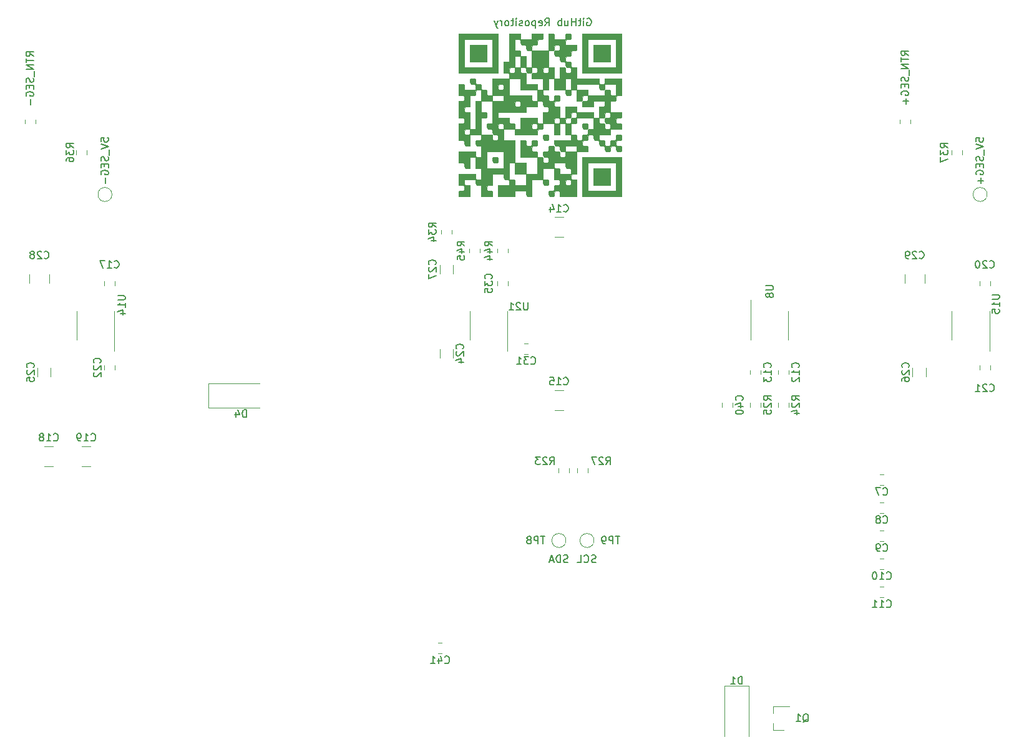
<source format=gbr>
G04 #@! TF.GenerationSoftware,KiCad,Pcbnew,(5.1.10)-1*
G04 #@! TF.CreationDate,2022-03-11T11:38:26-05:00*
G04 #@! TF.ProjectId,PacMan,5061634d-616e-42e6-9b69-6361645f7063,1.3*
G04 #@! TF.SameCoordinates,Original*
G04 #@! TF.FileFunction,Legend,Bot*
G04 #@! TF.FilePolarity,Positive*
%FSLAX46Y46*%
G04 Gerber Fmt 4.6, Leading zero omitted, Abs format (unit mm)*
G04 Created by KiCad (PCBNEW (5.1.10)-1) date 2022-03-11 11:38:26*
%MOMM*%
%LPD*%
G01*
G04 APERTURE LIST*
%ADD10C,0.150000*%
%ADD11C,0.010000*%
%ADD12C,0.120000*%
G04 APERTURE END LIST*
D10*
X154312190Y-50427000D02*
X154407428Y-50379380D01*
X154550285Y-50379380D01*
X154693142Y-50427000D01*
X154788380Y-50522238D01*
X154836000Y-50617476D01*
X154883619Y-50807952D01*
X154883619Y-50950809D01*
X154836000Y-51141285D01*
X154788380Y-51236523D01*
X154693142Y-51331761D01*
X154550285Y-51379380D01*
X154455047Y-51379380D01*
X154312190Y-51331761D01*
X154264571Y-51284142D01*
X154264571Y-50950809D01*
X154455047Y-50950809D01*
X153836000Y-51379380D02*
X153836000Y-50712714D01*
X153836000Y-50379380D02*
X153883619Y-50427000D01*
X153836000Y-50474619D01*
X153788380Y-50427000D01*
X153836000Y-50379380D01*
X153836000Y-50474619D01*
X153502666Y-50712714D02*
X153121714Y-50712714D01*
X153359809Y-50379380D02*
X153359809Y-51236523D01*
X153312190Y-51331761D01*
X153216952Y-51379380D01*
X153121714Y-51379380D01*
X152788380Y-51379380D02*
X152788380Y-50379380D01*
X152788380Y-50855571D02*
X152216952Y-50855571D01*
X152216952Y-51379380D02*
X152216952Y-50379380D01*
X151312190Y-50712714D02*
X151312190Y-51379380D01*
X151740761Y-50712714D02*
X151740761Y-51236523D01*
X151693142Y-51331761D01*
X151597904Y-51379380D01*
X151455047Y-51379380D01*
X151359809Y-51331761D01*
X151312190Y-51284142D01*
X150836000Y-51379380D02*
X150836000Y-50379380D01*
X150836000Y-50760333D02*
X150740761Y-50712714D01*
X150550285Y-50712714D01*
X150455047Y-50760333D01*
X150407428Y-50807952D01*
X150359809Y-50903190D01*
X150359809Y-51188904D01*
X150407428Y-51284142D01*
X150455047Y-51331761D01*
X150550285Y-51379380D01*
X150740761Y-51379380D01*
X150836000Y-51331761D01*
X148597904Y-51379380D02*
X148931238Y-50903190D01*
X149169333Y-51379380D02*
X149169333Y-50379380D01*
X148788380Y-50379380D01*
X148693142Y-50427000D01*
X148645523Y-50474619D01*
X148597904Y-50569857D01*
X148597904Y-50712714D01*
X148645523Y-50807952D01*
X148693142Y-50855571D01*
X148788380Y-50903190D01*
X149169333Y-50903190D01*
X147788380Y-51331761D02*
X147883619Y-51379380D01*
X148074095Y-51379380D01*
X148169333Y-51331761D01*
X148216952Y-51236523D01*
X148216952Y-50855571D01*
X148169333Y-50760333D01*
X148074095Y-50712714D01*
X147883619Y-50712714D01*
X147788380Y-50760333D01*
X147740761Y-50855571D01*
X147740761Y-50950809D01*
X148216952Y-51046047D01*
X147312190Y-50712714D02*
X147312190Y-51712714D01*
X147312190Y-50760333D02*
X147216952Y-50712714D01*
X147026476Y-50712714D01*
X146931238Y-50760333D01*
X146883619Y-50807952D01*
X146836000Y-50903190D01*
X146836000Y-51188904D01*
X146883619Y-51284142D01*
X146931238Y-51331761D01*
X147026476Y-51379380D01*
X147216952Y-51379380D01*
X147312190Y-51331761D01*
X146264571Y-51379380D02*
X146359809Y-51331761D01*
X146407428Y-51284142D01*
X146455047Y-51188904D01*
X146455047Y-50903190D01*
X146407428Y-50807952D01*
X146359809Y-50760333D01*
X146264571Y-50712714D01*
X146121714Y-50712714D01*
X146026476Y-50760333D01*
X145978857Y-50807952D01*
X145931238Y-50903190D01*
X145931238Y-51188904D01*
X145978857Y-51284142D01*
X146026476Y-51331761D01*
X146121714Y-51379380D01*
X146264571Y-51379380D01*
X145550285Y-51331761D02*
X145455047Y-51379380D01*
X145264571Y-51379380D01*
X145169333Y-51331761D01*
X145121714Y-51236523D01*
X145121714Y-51188904D01*
X145169333Y-51093666D01*
X145264571Y-51046047D01*
X145407428Y-51046047D01*
X145502666Y-50998428D01*
X145550285Y-50903190D01*
X145550285Y-50855571D01*
X145502666Y-50760333D01*
X145407428Y-50712714D01*
X145264571Y-50712714D01*
X145169333Y-50760333D01*
X144693142Y-51379380D02*
X144693142Y-50712714D01*
X144693142Y-50379380D02*
X144740761Y-50427000D01*
X144693142Y-50474619D01*
X144645523Y-50427000D01*
X144693142Y-50379380D01*
X144693142Y-50474619D01*
X144359809Y-50712714D02*
X143978857Y-50712714D01*
X144216952Y-50379380D02*
X144216952Y-51236523D01*
X144169333Y-51331761D01*
X144074095Y-51379380D01*
X143978857Y-51379380D01*
X143502666Y-51379380D02*
X143597904Y-51331761D01*
X143645523Y-51284142D01*
X143693142Y-51188904D01*
X143693142Y-50903190D01*
X143645523Y-50807952D01*
X143597904Y-50760333D01*
X143502666Y-50712714D01*
X143359809Y-50712714D01*
X143264571Y-50760333D01*
X143216952Y-50807952D01*
X143169333Y-50903190D01*
X143169333Y-51188904D01*
X143216952Y-51284142D01*
X143264571Y-51331761D01*
X143359809Y-51379380D01*
X143502666Y-51379380D01*
X142740761Y-51379380D02*
X142740761Y-50712714D01*
X142740761Y-50903190D02*
X142693142Y-50807952D01*
X142645523Y-50760333D01*
X142550285Y-50712714D01*
X142455047Y-50712714D01*
X142216952Y-50712714D02*
X141978857Y-51379380D01*
X141740761Y-50712714D02*
X141978857Y-51379380D01*
X142074095Y-51617476D01*
X142121714Y-51665095D01*
X142216952Y-51712714D01*
D11*
G36*
X153670000Y-74549000D02*
G01*
X159004000Y-74549000D01*
X159004000Y-69977000D01*
X158242000Y-69977000D01*
X158242000Y-73787000D01*
X154432000Y-73787000D01*
X154432000Y-69977000D01*
X158242000Y-69977000D01*
X159004000Y-69977000D01*
X159004000Y-69215000D01*
X153670000Y-69215000D01*
X153670000Y-74549000D01*
G37*
X153670000Y-74549000D02*
X159004000Y-74549000D01*
X159004000Y-69977000D01*
X158242000Y-69977000D01*
X158242000Y-73787000D01*
X154432000Y-73787000D01*
X154432000Y-69977000D01*
X158242000Y-69977000D01*
X159004000Y-69977000D01*
X159004000Y-69215000D01*
X153670000Y-69215000D01*
X153670000Y-74549000D01*
G36*
X148336000Y-72644000D02*
G01*
X148367469Y-72913862D01*
X148515910Y-73013327D01*
X148717000Y-73025000D01*
X148986863Y-72993531D01*
X149086328Y-72845090D01*
X149098000Y-72644000D01*
X149066532Y-72374137D01*
X148918091Y-72274672D01*
X148717000Y-72263000D01*
X148336000Y-72263000D01*
X148336000Y-72644000D01*
G37*
X148336000Y-72644000D02*
X148367469Y-72913862D01*
X148515910Y-73013327D01*
X148717000Y-73025000D01*
X148986863Y-72993531D01*
X149086328Y-72845090D01*
X149098000Y-72644000D01*
X149066532Y-72374137D01*
X148918091Y-72274672D01*
X148717000Y-72263000D01*
X148336000Y-72263000D01*
X148336000Y-72644000D01*
G36*
X146812000Y-54356000D02*
G01*
X146843469Y-54086137D01*
X146991910Y-53986672D01*
X147193000Y-53975000D01*
X147462863Y-53943531D01*
X147562328Y-53795090D01*
X147574000Y-53594000D01*
X147605469Y-53324137D01*
X147753910Y-53224672D01*
X147955000Y-53213000D01*
X148224863Y-53181531D01*
X148324328Y-53033090D01*
X148336000Y-52832000D01*
X148336000Y-52451000D01*
X146812000Y-52451000D01*
X146812000Y-53213000D01*
X145288000Y-53213000D01*
X145288000Y-52451000D01*
X143764000Y-52451000D01*
X143764000Y-56261000D01*
X143002000Y-56261000D01*
X143002000Y-57785000D01*
X143383000Y-57785000D01*
X143652863Y-57816468D01*
X143752328Y-57964909D01*
X143764000Y-58166000D01*
X143764000Y-58547000D01*
X145288000Y-58547000D01*
X145288000Y-60071000D01*
X147574000Y-60071000D01*
X147574000Y-59309000D01*
X146050000Y-59309000D01*
X146050000Y-57785000D01*
X145669000Y-57785000D01*
X145399138Y-57753531D01*
X145299673Y-57605090D01*
X145288000Y-57404000D01*
X145256532Y-57134137D01*
X145108091Y-57034672D01*
X144907000Y-57023000D01*
X144637138Y-57054468D01*
X144537673Y-57202909D01*
X144526000Y-57404000D01*
X144494532Y-57673862D01*
X144346091Y-57773327D01*
X144145000Y-57785000D01*
X143875138Y-57753531D01*
X143775673Y-57605090D01*
X143764000Y-57404000D01*
X143795469Y-57134137D01*
X143943910Y-57034672D01*
X144145000Y-57023000D01*
X144526000Y-57023000D01*
X144526000Y-55499000D01*
X144907000Y-55499000D01*
X145176863Y-55467531D01*
X145276328Y-55319090D01*
X145288000Y-55118000D01*
X145256532Y-54848137D01*
X145108091Y-54748672D01*
X144907000Y-54737000D01*
X144526000Y-54737000D01*
X144526000Y-53213000D01*
X144907000Y-53213000D01*
X145176863Y-53244468D01*
X145276328Y-53392909D01*
X145288000Y-53594000D01*
X145319469Y-53863862D01*
X145467910Y-53963327D01*
X145669000Y-53975000D01*
X145938863Y-54006468D01*
X146038328Y-54154909D01*
X146050000Y-54356000D01*
X146081469Y-54625862D01*
X146229910Y-54725327D01*
X146431000Y-54737000D01*
X146812000Y-54737000D01*
X146812000Y-54356000D01*
G37*
X146812000Y-54356000D02*
X146843469Y-54086137D01*
X146991910Y-53986672D01*
X147193000Y-53975000D01*
X147462863Y-53943531D01*
X147562328Y-53795090D01*
X147574000Y-53594000D01*
X147605469Y-53324137D01*
X147753910Y-53224672D01*
X147955000Y-53213000D01*
X148224863Y-53181531D01*
X148324328Y-53033090D01*
X148336000Y-52832000D01*
X148336000Y-52451000D01*
X146812000Y-52451000D01*
X146812000Y-53213000D01*
X145288000Y-53213000D01*
X145288000Y-52451000D01*
X143764000Y-52451000D01*
X143764000Y-56261000D01*
X143002000Y-56261000D01*
X143002000Y-57785000D01*
X143383000Y-57785000D01*
X143652863Y-57816468D01*
X143752328Y-57964909D01*
X143764000Y-58166000D01*
X143764000Y-58547000D01*
X145288000Y-58547000D01*
X145288000Y-60071000D01*
X147574000Y-60071000D01*
X147574000Y-59309000D01*
X146050000Y-59309000D01*
X146050000Y-57785000D01*
X145669000Y-57785000D01*
X145399138Y-57753531D01*
X145299673Y-57605090D01*
X145288000Y-57404000D01*
X145256532Y-57134137D01*
X145108091Y-57034672D01*
X144907000Y-57023000D01*
X144637138Y-57054468D01*
X144537673Y-57202909D01*
X144526000Y-57404000D01*
X144494532Y-57673862D01*
X144346091Y-57773327D01*
X144145000Y-57785000D01*
X143875138Y-57753531D01*
X143775673Y-57605090D01*
X143764000Y-57404000D01*
X143795469Y-57134137D01*
X143943910Y-57034672D01*
X144145000Y-57023000D01*
X144526000Y-57023000D01*
X144526000Y-55499000D01*
X144907000Y-55499000D01*
X145176863Y-55467531D01*
X145276328Y-55319090D01*
X145288000Y-55118000D01*
X145256532Y-54848137D01*
X145108091Y-54748672D01*
X144907000Y-54737000D01*
X144526000Y-54737000D01*
X144526000Y-53213000D01*
X144907000Y-53213000D01*
X145176863Y-53244468D01*
X145276328Y-53392909D01*
X145288000Y-53594000D01*
X145319469Y-53863862D01*
X145467910Y-53963327D01*
X145669000Y-53975000D01*
X145938863Y-54006468D01*
X146038328Y-54154909D01*
X146050000Y-54356000D01*
X146081469Y-54625862D01*
X146229910Y-54725327D01*
X146431000Y-54737000D01*
X146812000Y-54737000D01*
X146812000Y-54356000D01*
G36*
X144526000Y-65405000D02*
G01*
X144526000Y-65024000D01*
X143002000Y-65024000D01*
X143002000Y-65405000D01*
X142621000Y-65405000D01*
X142351138Y-65373531D01*
X142251673Y-65225090D01*
X142240000Y-65024000D01*
X142271469Y-64754137D01*
X142419910Y-64654672D01*
X142621000Y-64643000D01*
X142890863Y-64674468D01*
X142990328Y-64822909D01*
X143002000Y-65024000D01*
X144526000Y-65024000D01*
X144494532Y-64754137D01*
X144346091Y-64654672D01*
X144145000Y-64643000D01*
X143875138Y-64611531D01*
X143775673Y-64463090D01*
X143764000Y-64262000D01*
X143764000Y-63881000D01*
X142240000Y-63881000D01*
X142240000Y-63119000D01*
X146050000Y-63119000D01*
X146050000Y-62357000D01*
X147574000Y-62357000D01*
X147574000Y-61976000D01*
X145288000Y-61976000D01*
X145256532Y-62245862D01*
X145108091Y-62345327D01*
X144907000Y-62357000D01*
X144637138Y-62325531D01*
X144537673Y-62177090D01*
X144526000Y-61976000D01*
X144557469Y-61706137D01*
X144705910Y-61606672D01*
X144907000Y-61595000D01*
X145176863Y-61626468D01*
X145276328Y-61774909D01*
X145288000Y-61976000D01*
X147574000Y-61976000D01*
X147542532Y-61706137D01*
X147394091Y-61606672D01*
X147193000Y-61595000D01*
X146923138Y-61563531D01*
X146823673Y-61415090D01*
X146812000Y-61214000D01*
X146812000Y-60833000D01*
X143764000Y-60833000D01*
X143002000Y-60833000D01*
X143002000Y-61595000D01*
X141478000Y-61595000D01*
X141478000Y-60833000D01*
X143002000Y-60833000D01*
X143764000Y-60833000D01*
X143764000Y-59690000D01*
X143002000Y-59690000D01*
X142970532Y-59959862D01*
X142822091Y-60059327D01*
X142621000Y-60071000D01*
X142351138Y-60039531D01*
X142251673Y-59891090D01*
X142240000Y-59690000D01*
X142271469Y-59420137D01*
X142419910Y-59320672D01*
X142621000Y-59309000D01*
X142890863Y-59340468D01*
X142990328Y-59488909D01*
X143002000Y-59690000D01*
X143764000Y-59690000D01*
X143764000Y-58547000D01*
X141478000Y-58547000D01*
X141478000Y-60833000D01*
X141097000Y-60833000D01*
X140827138Y-60801531D01*
X140727673Y-60653090D01*
X140716000Y-60452000D01*
X140684532Y-60182137D01*
X140536091Y-60082672D01*
X140335000Y-60071000D01*
X139954000Y-60071000D01*
X139954000Y-61595000D01*
X139192000Y-61595000D01*
X139192000Y-65405000D01*
X138811000Y-65405000D01*
X138541138Y-65436468D01*
X138441673Y-65584909D01*
X138430000Y-65786000D01*
X138398532Y-66055862D01*
X138250091Y-66155327D01*
X138049000Y-66167000D01*
X137779138Y-66135531D01*
X137679673Y-65987090D01*
X137668000Y-65786000D01*
X137699469Y-65516137D01*
X137847910Y-65416672D01*
X138049000Y-65405000D01*
X138430000Y-65405000D01*
X138430000Y-63119000D01*
X138049000Y-63119000D01*
X137779138Y-63087531D01*
X137679673Y-62939090D01*
X137668000Y-62738000D01*
X137699469Y-62468137D01*
X137847910Y-62368672D01*
X138049000Y-62357000D01*
X138430000Y-62357000D01*
X138430000Y-60833000D01*
X138811000Y-60833000D01*
X139080863Y-60801531D01*
X139180328Y-60653090D01*
X139192000Y-60452000D01*
X139223469Y-60182137D01*
X139371910Y-60082672D01*
X139573000Y-60071000D01*
X139954000Y-60071000D01*
X140335000Y-60071000D01*
X140065138Y-60039531D01*
X139965673Y-59891090D01*
X139954000Y-59690000D01*
X139922532Y-59420137D01*
X139774091Y-59320672D01*
X139573000Y-59309000D01*
X139303138Y-59277531D01*
X139203673Y-59129090D01*
X139192000Y-58928000D01*
X139160532Y-58658137D01*
X139012091Y-58558672D01*
X138811000Y-58547000D01*
X138541138Y-58578468D01*
X138441673Y-58726909D01*
X138430000Y-58928000D01*
X138461469Y-59197862D01*
X138609910Y-59297327D01*
X138811000Y-59309000D01*
X139080863Y-59340468D01*
X139180328Y-59488909D01*
X139192000Y-59690000D01*
X139192000Y-60071000D01*
X137668000Y-60071000D01*
X137668000Y-59690000D01*
X137636532Y-59420137D01*
X137488091Y-59320672D01*
X137287000Y-59309000D01*
X136906000Y-59309000D01*
X136906000Y-60833000D01*
X137287000Y-60833000D01*
X137556863Y-60864468D01*
X137656328Y-61012909D01*
X137668000Y-61214000D01*
X137636532Y-61483862D01*
X137488091Y-61583327D01*
X137287000Y-61595000D01*
X136906000Y-61595000D01*
X136906000Y-63881000D01*
X137287000Y-63881000D01*
X137556863Y-63912468D01*
X137656328Y-64060909D01*
X137668000Y-64262000D01*
X137636532Y-64531862D01*
X137488091Y-64631327D01*
X137287000Y-64643000D01*
X136906000Y-64643000D01*
X136906000Y-66929000D01*
X137287000Y-66929000D01*
X137556863Y-66960468D01*
X137656328Y-67108909D01*
X137668000Y-67310000D01*
X137699469Y-67579862D01*
X137847910Y-67679327D01*
X138049000Y-67691000D01*
X138430000Y-67691000D01*
X138430000Y-66167000D01*
X139954000Y-66167000D01*
X139954000Y-66548000D01*
X139922532Y-66817862D01*
X139774091Y-66917327D01*
X139573000Y-66929000D01*
X139303138Y-66960468D01*
X139203673Y-67108909D01*
X139192000Y-67310000D01*
X139223469Y-67579862D01*
X139371910Y-67679327D01*
X139573000Y-67691000D01*
X139954000Y-67691000D01*
X139954000Y-69215000D01*
X139573000Y-69215000D01*
X139303138Y-69183531D01*
X139203673Y-69035090D01*
X139192000Y-68834000D01*
X139192000Y-68453000D01*
X136906000Y-68453000D01*
X136906000Y-69977000D01*
X137287000Y-69977000D01*
X137556863Y-70008468D01*
X137656328Y-70156909D01*
X137668000Y-70358000D01*
X137699469Y-70627862D01*
X137847910Y-70727327D01*
X138049000Y-70739000D01*
X138430000Y-70739000D01*
X138430000Y-69215000D01*
X139192000Y-69215000D01*
X139192000Y-70739000D01*
X139954000Y-70739000D01*
X139954000Y-72263000D01*
X139573000Y-72263000D01*
X139303138Y-72231531D01*
X139203673Y-72083090D01*
X139192000Y-71882000D01*
X139192000Y-71501000D01*
X136906000Y-71501000D01*
X136906000Y-73025000D01*
X137287000Y-73025000D01*
X137556863Y-73056468D01*
X137656328Y-73204909D01*
X137668000Y-73406000D01*
X137636532Y-73675862D01*
X137488091Y-73775327D01*
X137287000Y-73787000D01*
X137017138Y-73818468D01*
X136917673Y-73966909D01*
X136906000Y-74168000D01*
X136906000Y-74549000D01*
X138430000Y-74549000D01*
X138430000Y-73025000D01*
X138049000Y-73025000D01*
X137779138Y-72993531D01*
X137679673Y-72845090D01*
X137668000Y-72644000D01*
X137668000Y-72263000D01*
X139192000Y-72263000D01*
X139192000Y-72644000D01*
X139223469Y-72913862D01*
X139371910Y-73013327D01*
X139573000Y-73025000D01*
X139954000Y-73025000D01*
X139954000Y-74549000D01*
X141478000Y-74549000D01*
X141478000Y-74168000D01*
X141446532Y-73898137D01*
X141298091Y-73798672D01*
X141097000Y-73787000D01*
X140827138Y-73755531D01*
X140727673Y-73607090D01*
X140716000Y-73406000D01*
X140747469Y-73136137D01*
X140895910Y-73036672D01*
X141097000Y-73025000D01*
X141478000Y-73025000D01*
X141478000Y-71501000D01*
X143002000Y-71501000D01*
X143002000Y-71882000D01*
X143033469Y-72151862D01*
X143181910Y-72251327D01*
X143383000Y-72263000D01*
X143652863Y-72294468D01*
X143752328Y-72442909D01*
X143764000Y-72644000D01*
X143764000Y-73025000D01*
X142240000Y-73025000D01*
X142240000Y-74549000D01*
X144526000Y-74549000D01*
X144526000Y-73787000D01*
X146050000Y-73787000D01*
X146050000Y-74168000D01*
X146081469Y-74437862D01*
X146229910Y-74537327D01*
X146431000Y-74549000D01*
X146812000Y-74549000D01*
X146812000Y-72263000D01*
X148336000Y-72263000D01*
X148336000Y-70739000D01*
X149860000Y-70739000D01*
X149860000Y-72263000D01*
X150241000Y-72263000D01*
X150510863Y-72294468D01*
X150610328Y-72442909D01*
X150622000Y-72644000D01*
X150590532Y-72913862D01*
X150442091Y-73013327D01*
X150241000Y-73025000D01*
X149971138Y-73056468D01*
X149871673Y-73204909D01*
X149860000Y-73406000D01*
X149828532Y-73675862D01*
X149680091Y-73775327D01*
X149479000Y-73787000D01*
X149209138Y-73818468D01*
X149109673Y-73966909D01*
X149098000Y-74168000D01*
X149129469Y-74437862D01*
X149277910Y-74537327D01*
X149479000Y-74549000D01*
X149748863Y-74517531D01*
X149848328Y-74369090D01*
X149860000Y-74168000D01*
X149891469Y-73898137D01*
X150039910Y-73798672D01*
X150241000Y-73787000D01*
X150510863Y-73818468D01*
X150610328Y-73966909D01*
X150622000Y-74168000D01*
X150622000Y-74549000D01*
X152908000Y-74549000D01*
X152908000Y-72644000D01*
X152146000Y-72644000D01*
X152114532Y-72913862D01*
X151966091Y-73013327D01*
X151765000Y-73025000D01*
X151495138Y-72993531D01*
X151395673Y-72845090D01*
X151384000Y-72644000D01*
X151415469Y-72374137D01*
X151563910Y-72274672D01*
X151765000Y-72263000D01*
X152034863Y-72294468D01*
X152134328Y-72442909D01*
X152146000Y-72644000D01*
X152908000Y-72644000D01*
X152908000Y-72263000D01*
X152527000Y-72263000D01*
X152257138Y-72231531D01*
X152157673Y-72083090D01*
X152146000Y-71882000D01*
X152177469Y-71612137D01*
X152325910Y-71512672D01*
X152527000Y-71501000D01*
X152908000Y-71501000D01*
X152908000Y-71120000D01*
X152146000Y-71120000D01*
X152146000Y-71501000D01*
X150622000Y-71501000D01*
X150622000Y-71120000D01*
X150590532Y-70850137D01*
X150442091Y-70750672D01*
X150241000Y-70739000D01*
X149971138Y-70707531D01*
X149871673Y-70559090D01*
X149860000Y-70358000D01*
X149860000Y-69977000D01*
X151384000Y-69977000D01*
X151384000Y-70358000D01*
X151415469Y-70627862D01*
X151563910Y-70727327D01*
X151765000Y-70739000D01*
X152034863Y-70770468D01*
X152134328Y-70918909D01*
X152146000Y-71120000D01*
X152908000Y-71120000D01*
X152908000Y-68453000D01*
X151384000Y-68453000D01*
X151384000Y-68834000D01*
X151352532Y-69103862D01*
X151204091Y-69203327D01*
X151003000Y-69215000D01*
X150733138Y-69183531D01*
X150633673Y-69035090D01*
X150622000Y-68834000D01*
X150590532Y-68564137D01*
X150442091Y-68464672D01*
X150241000Y-68453000D01*
X149971138Y-68421531D01*
X149871673Y-68273090D01*
X149860000Y-68072000D01*
X149828532Y-67802137D01*
X149680091Y-67702672D01*
X149479000Y-67691000D01*
X149209138Y-67722468D01*
X149109673Y-67870909D01*
X149098000Y-68072000D01*
X149066532Y-68341862D01*
X148918091Y-68441327D01*
X148717000Y-68453000D01*
X148447138Y-68484468D01*
X148347673Y-68632909D01*
X148336000Y-68834000D01*
X148367469Y-69103862D01*
X148515910Y-69203327D01*
X148717000Y-69215000D01*
X148986863Y-69246468D01*
X149086328Y-69394909D01*
X149098000Y-69596000D01*
X149066532Y-69865862D01*
X148918091Y-69965327D01*
X148717000Y-69977000D01*
X148447138Y-69945531D01*
X148347673Y-69797090D01*
X148336000Y-69596000D01*
X148304532Y-69326137D01*
X148156091Y-69226672D01*
X147955000Y-69215000D01*
X147574000Y-69215000D01*
X147574000Y-71501000D01*
X146050000Y-71501000D01*
X146050000Y-73025000D01*
X144526000Y-73025000D01*
X144526000Y-72644000D01*
X144494532Y-72374137D01*
X144346091Y-72274672D01*
X144145000Y-72263000D01*
X143764000Y-72263000D01*
X143764000Y-69977000D01*
X144526000Y-69977000D01*
X144526000Y-68453000D01*
X143002000Y-68453000D01*
X143002000Y-70739000D01*
X140716000Y-70739000D01*
X140716000Y-68453000D01*
X143002000Y-68453000D01*
X144526000Y-68453000D01*
X144526000Y-66929000D01*
X143002000Y-66929000D01*
X143002000Y-66548000D01*
X142240000Y-66548000D01*
X142208532Y-66817862D01*
X142060091Y-66917327D01*
X141859000Y-66929000D01*
X141589138Y-66897531D01*
X141489673Y-66749090D01*
X141478000Y-66548000D01*
X141478000Y-66167000D01*
X139954000Y-66167000D01*
X139954000Y-63881000D01*
X140335000Y-63881000D01*
X140604863Y-63849531D01*
X140704328Y-63701090D01*
X140716000Y-63500000D01*
X140684532Y-63230137D01*
X140536091Y-63130672D01*
X140335000Y-63119000D01*
X139954000Y-63119000D01*
X139954000Y-61595000D01*
X141478000Y-61595000D01*
X141478000Y-64643000D01*
X141097000Y-64643000D01*
X140827138Y-64674468D01*
X140727673Y-64822909D01*
X140716000Y-65024000D01*
X140747469Y-65293862D01*
X140895910Y-65393327D01*
X141097000Y-65405000D01*
X141366863Y-65436468D01*
X141466328Y-65584909D01*
X141478000Y-65786000D01*
X141509469Y-66055862D01*
X141657910Y-66155327D01*
X141859000Y-66167000D01*
X142128863Y-66198468D01*
X142228328Y-66346909D01*
X142240000Y-66548000D01*
X143002000Y-66548000D01*
X143002000Y-65405000D01*
X144526000Y-65405000D01*
G37*
X144526000Y-65405000D02*
X144526000Y-65024000D01*
X143002000Y-65024000D01*
X143002000Y-65405000D01*
X142621000Y-65405000D01*
X142351138Y-65373531D01*
X142251673Y-65225090D01*
X142240000Y-65024000D01*
X142271469Y-64754137D01*
X142419910Y-64654672D01*
X142621000Y-64643000D01*
X142890863Y-64674468D01*
X142990328Y-64822909D01*
X143002000Y-65024000D01*
X144526000Y-65024000D01*
X144494532Y-64754137D01*
X144346091Y-64654672D01*
X144145000Y-64643000D01*
X143875138Y-64611531D01*
X143775673Y-64463090D01*
X143764000Y-64262000D01*
X143764000Y-63881000D01*
X142240000Y-63881000D01*
X142240000Y-63119000D01*
X146050000Y-63119000D01*
X146050000Y-62357000D01*
X147574000Y-62357000D01*
X147574000Y-61976000D01*
X145288000Y-61976000D01*
X145256532Y-62245862D01*
X145108091Y-62345327D01*
X144907000Y-62357000D01*
X144637138Y-62325531D01*
X144537673Y-62177090D01*
X144526000Y-61976000D01*
X144557469Y-61706137D01*
X144705910Y-61606672D01*
X144907000Y-61595000D01*
X145176863Y-61626468D01*
X145276328Y-61774909D01*
X145288000Y-61976000D01*
X147574000Y-61976000D01*
X147542532Y-61706137D01*
X147394091Y-61606672D01*
X147193000Y-61595000D01*
X146923138Y-61563531D01*
X146823673Y-61415090D01*
X146812000Y-61214000D01*
X146812000Y-60833000D01*
X143764000Y-60833000D01*
X143002000Y-60833000D01*
X143002000Y-61595000D01*
X141478000Y-61595000D01*
X141478000Y-60833000D01*
X143002000Y-60833000D01*
X143764000Y-60833000D01*
X143764000Y-59690000D01*
X143002000Y-59690000D01*
X142970532Y-59959862D01*
X142822091Y-60059327D01*
X142621000Y-60071000D01*
X142351138Y-60039531D01*
X142251673Y-59891090D01*
X142240000Y-59690000D01*
X142271469Y-59420137D01*
X142419910Y-59320672D01*
X142621000Y-59309000D01*
X142890863Y-59340468D01*
X142990328Y-59488909D01*
X143002000Y-59690000D01*
X143764000Y-59690000D01*
X143764000Y-58547000D01*
X141478000Y-58547000D01*
X141478000Y-60833000D01*
X141097000Y-60833000D01*
X140827138Y-60801531D01*
X140727673Y-60653090D01*
X140716000Y-60452000D01*
X140684532Y-60182137D01*
X140536091Y-60082672D01*
X140335000Y-60071000D01*
X139954000Y-60071000D01*
X139954000Y-61595000D01*
X139192000Y-61595000D01*
X139192000Y-65405000D01*
X138811000Y-65405000D01*
X138541138Y-65436468D01*
X138441673Y-65584909D01*
X138430000Y-65786000D01*
X138398532Y-66055862D01*
X138250091Y-66155327D01*
X138049000Y-66167000D01*
X137779138Y-66135531D01*
X137679673Y-65987090D01*
X137668000Y-65786000D01*
X137699469Y-65516137D01*
X137847910Y-65416672D01*
X138049000Y-65405000D01*
X138430000Y-65405000D01*
X138430000Y-63119000D01*
X138049000Y-63119000D01*
X137779138Y-63087531D01*
X137679673Y-62939090D01*
X137668000Y-62738000D01*
X137699469Y-62468137D01*
X137847910Y-62368672D01*
X138049000Y-62357000D01*
X138430000Y-62357000D01*
X138430000Y-60833000D01*
X138811000Y-60833000D01*
X139080863Y-60801531D01*
X139180328Y-60653090D01*
X139192000Y-60452000D01*
X139223469Y-60182137D01*
X139371910Y-60082672D01*
X139573000Y-60071000D01*
X139954000Y-60071000D01*
X140335000Y-60071000D01*
X140065138Y-60039531D01*
X139965673Y-59891090D01*
X139954000Y-59690000D01*
X139922532Y-59420137D01*
X139774091Y-59320672D01*
X139573000Y-59309000D01*
X139303138Y-59277531D01*
X139203673Y-59129090D01*
X139192000Y-58928000D01*
X139160532Y-58658137D01*
X139012091Y-58558672D01*
X138811000Y-58547000D01*
X138541138Y-58578468D01*
X138441673Y-58726909D01*
X138430000Y-58928000D01*
X138461469Y-59197862D01*
X138609910Y-59297327D01*
X138811000Y-59309000D01*
X139080863Y-59340468D01*
X139180328Y-59488909D01*
X139192000Y-59690000D01*
X139192000Y-60071000D01*
X137668000Y-60071000D01*
X137668000Y-59690000D01*
X137636532Y-59420137D01*
X137488091Y-59320672D01*
X137287000Y-59309000D01*
X136906000Y-59309000D01*
X136906000Y-60833000D01*
X137287000Y-60833000D01*
X137556863Y-60864468D01*
X137656328Y-61012909D01*
X137668000Y-61214000D01*
X137636532Y-61483862D01*
X137488091Y-61583327D01*
X137287000Y-61595000D01*
X136906000Y-61595000D01*
X136906000Y-63881000D01*
X137287000Y-63881000D01*
X137556863Y-63912468D01*
X137656328Y-64060909D01*
X137668000Y-64262000D01*
X137636532Y-64531862D01*
X137488091Y-64631327D01*
X137287000Y-64643000D01*
X136906000Y-64643000D01*
X136906000Y-66929000D01*
X137287000Y-66929000D01*
X137556863Y-66960468D01*
X137656328Y-67108909D01*
X137668000Y-67310000D01*
X137699469Y-67579862D01*
X137847910Y-67679327D01*
X138049000Y-67691000D01*
X138430000Y-67691000D01*
X138430000Y-66167000D01*
X139954000Y-66167000D01*
X139954000Y-66548000D01*
X139922532Y-66817862D01*
X139774091Y-66917327D01*
X139573000Y-66929000D01*
X139303138Y-66960468D01*
X139203673Y-67108909D01*
X139192000Y-67310000D01*
X139223469Y-67579862D01*
X139371910Y-67679327D01*
X139573000Y-67691000D01*
X139954000Y-67691000D01*
X139954000Y-69215000D01*
X139573000Y-69215000D01*
X139303138Y-69183531D01*
X139203673Y-69035090D01*
X139192000Y-68834000D01*
X139192000Y-68453000D01*
X136906000Y-68453000D01*
X136906000Y-69977000D01*
X137287000Y-69977000D01*
X137556863Y-70008468D01*
X137656328Y-70156909D01*
X137668000Y-70358000D01*
X137699469Y-70627862D01*
X137847910Y-70727327D01*
X138049000Y-70739000D01*
X138430000Y-70739000D01*
X138430000Y-69215000D01*
X139192000Y-69215000D01*
X139192000Y-70739000D01*
X139954000Y-70739000D01*
X139954000Y-72263000D01*
X139573000Y-72263000D01*
X139303138Y-72231531D01*
X139203673Y-72083090D01*
X139192000Y-71882000D01*
X139192000Y-71501000D01*
X136906000Y-71501000D01*
X136906000Y-73025000D01*
X137287000Y-73025000D01*
X137556863Y-73056468D01*
X137656328Y-73204909D01*
X137668000Y-73406000D01*
X137636532Y-73675862D01*
X137488091Y-73775327D01*
X137287000Y-73787000D01*
X137017138Y-73818468D01*
X136917673Y-73966909D01*
X136906000Y-74168000D01*
X136906000Y-74549000D01*
X138430000Y-74549000D01*
X138430000Y-73025000D01*
X138049000Y-73025000D01*
X137779138Y-72993531D01*
X137679673Y-72845090D01*
X137668000Y-72644000D01*
X137668000Y-72263000D01*
X139192000Y-72263000D01*
X139192000Y-72644000D01*
X139223469Y-72913862D01*
X139371910Y-73013327D01*
X139573000Y-73025000D01*
X139954000Y-73025000D01*
X139954000Y-74549000D01*
X141478000Y-74549000D01*
X141478000Y-74168000D01*
X141446532Y-73898137D01*
X141298091Y-73798672D01*
X141097000Y-73787000D01*
X140827138Y-73755531D01*
X140727673Y-73607090D01*
X140716000Y-73406000D01*
X140747469Y-73136137D01*
X140895910Y-73036672D01*
X141097000Y-73025000D01*
X141478000Y-73025000D01*
X141478000Y-71501000D01*
X143002000Y-71501000D01*
X143002000Y-71882000D01*
X143033469Y-72151862D01*
X143181910Y-72251327D01*
X143383000Y-72263000D01*
X143652863Y-72294468D01*
X143752328Y-72442909D01*
X143764000Y-72644000D01*
X143764000Y-73025000D01*
X142240000Y-73025000D01*
X142240000Y-74549000D01*
X144526000Y-74549000D01*
X144526000Y-73787000D01*
X146050000Y-73787000D01*
X146050000Y-74168000D01*
X146081469Y-74437862D01*
X146229910Y-74537327D01*
X146431000Y-74549000D01*
X146812000Y-74549000D01*
X146812000Y-72263000D01*
X148336000Y-72263000D01*
X148336000Y-70739000D01*
X149860000Y-70739000D01*
X149860000Y-72263000D01*
X150241000Y-72263000D01*
X150510863Y-72294468D01*
X150610328Y-72442909D01*
X150622000Y-72644000D01*
X150590532Y-72913862D01*
X150442091Y-73013327D01*
X150241000Y-73025000D01*
X149971138Y-73056468D01*
X149871673Y-73204909D01*
X149860000Y-73406000D01*
X149828532Y-73675862D01*
X149680091Y-73775327D01*
X149479000Y-73787000D01*
X149209138Y-73818468D01*
X149109673Y-73966909D01*
X149098000Y-74168000D01*
X149129469Y-74437862D01*
X149277910Y-74537327D01*
X149479000Y-74549000D01*
X149748863Y-74517531D01*
X149848328Y-74369090D01*
X149860000Y-74168000D01*
X149891469Y-73898137D01*
X150039910Y-73798672D01*
X150241000Y-73787000D01*
X150510863Y-73818468D01*
X150610328Y-73966909D01*
X150622000Y-74168000D01*
X150622000Y-74549000D01*
X152908000Y-74549000D01*
X152908000Y-72644000D01*
X152146000Y-72644000D01*
X152114532Y-72913862D01*
X151966091Y-73013327D01*
X151765000Y-73025000D01*
X151495138Y-72993531D01*
X151395673Y-72845090D01*
X151384000Y-72644000D01*
X151415469Y-72374137D01*
X151563910Y-72274672D01*
X151765000Y-72263000D01*
X152034863Y-72294468D01*
X152134328Y-72442909D01*
X152146000Y-72644000D01*
X152908000Y-72644000D01*
X152908000Y-72263000D01*
X152527000Y-72263000D01*
X152257138Y-72231531D01*
X152157673Y-72083090D01*
X152146000Y-71882000D01*
X152177469Y-71612137D01*
X152325910Y-71512672D01*
X152527000Y-71501000D01*
X152908000Y-71501000D01*
X152908000Y-71120000D01*
X152146000Y-71120000D01*
X152146000Y-71501000D01*
X150622000Y-71501000D01*
X150622000Y-71120000D01*
X150590532Y-70850137D01*
X150442091Y-70750672D01*
X150241000Y-70739000D01*
X149971138Y-70707531D01*
X149871673Y-70559090D01*
X149860000Y-70358000D01*
X149860000Y-69977000D01*
X151384000Y-69977000D01*
X151384000Y-70358000D01*
X151415469Y-70627862D01*
X151563910Y-70727327D01*
X151765000Y-70739000D01*
X152034863Y-70770468D01*
X152134328Y-70918909D01*
X152146000Y-71120000D01*
X152908000Y-71120000D01*
X152908000Y-68453000D01*
X151384000Y-68453000D01*
X151384000Y-68834000D01*
X151352532Y-69103862D01*
X151204091Y-69203327D01*
X151003000Y-69215000D01*
X150733138Y-69183531D01*
X150633673Y-69035090D01*
X150622000Y-68834000D01*
X150590532Y-68564137D01*
X150442091Y-68464672D01*
X150241000Y-68453000D01*
X149971138Y-68421531D01*
X149871673Y-68273090D01*
X149860000Y-68072000D01*
X149828532Y-67802137D01*
X149680091Y-67702672D01*
X149479000Y-67691000D01*
X149209138Y-67722468D01*
X149109673Y-67870909D01*
X149098000Y-68072000D01*
X149066532Y-68341862D01*
X148918091Y-68441327D01*
X148717000Y-68453000D01*
X148447138Y-68484468D01*
X148347673Y-68632909D01*
X148336000Y-68834000D01*
X148367469Y-69103862D01*
X148515910Y-69203327D01*
X148717000Y-69215000D01*
X148986863Y-69246468D01*
X149086328Y-69394909D01*
X149098000Y-69596000D01*
X149066532Y-69865862D01*
X148918091Y-69965327D01*
X148717000Y-69977000D01*
X148447138Y-69945531D01*
X148347673Y-69797090D01*
X148336000Y-69596000D01*
X148304532Y-69326137D01*
X148156091Y-69226672D01*
X147955000Y-69215000D01*
X147574000Y-69215000D01*
X147574000Y-71501000D01*
X146050000Y-71501000D01*
X146050000Y-73025000D01*
X144526000Y-73025000D01*
X144526000Y-72644000D01*
X144494532Y-72374137D01*
X144346091Y-72274672D01*
X144145000Y-72263000D01*
X143764000Y-72263000D01*
X143764000Y-69977000D01*
X144526000Y-69977000D01*
X144526000Y-68453000D01*
X143002000Y-68453000D01*
X143002000Y-70739000D01*
X140716000Y-70739000D01*
X140716000Y-68453000D01*
X143002000Y-68453000D01*
X144526000Y-68453000D01*
X144526000Y-66929000D01*
X143002000Y-66929000D01*
X143002000Y-66548000D01*
X142240000Y-66548000D01*
X142208532Y-66817862D01*
X142060091Y-66917327D01*
X141859000Y-66929000D01*
X141589138Y-66897531D01*
X141489673Y-66749090D01*
X141478000Y-66548000D01*
X141478000Y-66167000D01*
X139954000Y-66167000D01*
X139954000Y-63881000D01*
X140335000Y-63881000D01*
X140604863Y-63849531D01*
X140704328Y-63701090D01*
X140716000Y-63500000D01*
X140684532Y-63230137D01*
X140536091Y-63130672D01*
X140335000Y-63119000D01*
X139954000Y-63119000D01*
X139954000Y-61595000D01*
X141478000Y-61595000D01*
X141478000Y-64643000D01*
X141097000Y-64643000D01*
X140827138Y-64674468D01*
X140727673Y-64822909D01*
X140716000Y-65024000D01*
X140747469Y-65293862D01*
X140895910Y-65393327D01*
X141097000Y-65405000D01*
X141366863Y-65436468D01*
X141466328Y-65584909D01*
X141478000Y-65786000D01*
X141509469Y-66055862D01*
X141657910Y-66155327D01*
X141859000Y-66167000D01*
X142128863Y-66198468D01*
X142228328Y-66346909D01*
X142240000Y-66548000D01*
X143002000Y-66548000D01*
X143002000Y-65405000D01*
X144526000Y-65405000D01*
G36*
X146812000Y-57023000D02*
G01*
X147193000Y-57023000D01*
X147462863Y-57054468D01*
X147562328Y-57202909D01*
X147574000Y-57404000D01*
X147542532Y-57673862D01*
X147394091Y-57773327D01*
X147193000Y-57785000D01*
X146923138Y-57816468D01*
X146823673Y-57964909D01*
X146812000Y-58166000D01*
X146812000Y-58547000D01*
X148336000Y-58547000D01*
X148336000Y-60071000D01*
X149098000Y-60071000D01*
X149098000Y-58547000D01*
X149860000Y-58547000D01*
X149860000Y-60071000D01*
X151384000Y-60071000D01*
X151384000Y-58547000D01*
X152146000Y-58547000D01*
X152146000Y-60071000D01*
X152527000Y-60071000D01*
X152796863Y-60039531D01*
X152896328Y-59891090D01*
X152908000Y-59690000D01*
X152908000Y-59309000D01*
X155956000Y-59309000D01*
X155956000Y-59690000D01*
X155987469Y-59959862D01*
X156135910Y-60059327D01*
X156337000Y-60071000D01*
X156606863Y-60039531D01*
X156706328Y-59891090D01*
X156718000Y-59690000D01*
X156718000Y-59309000D01*
X158242000Y-59309000D01*
X158242000Y-60833000D01*
X157861000Y-60833000D01*
X157591138Y-60801531D01*
X157491673Y-60653090D01*
X157480000Y-60452000D01*
X157448532Y-60182137D01*
X157300091Y-60082672D01*
X157099000Y-60071000D01*
X156829138Y-60102468D01*
X156729673Y-60250909D01*
X156718000Y-60452000D01*
X156718000Y-60833000D01*
X154432000Y-60833000D01*
X154432000Y-61214000D01*
X154400532Y-61483862D01*
X154252091Y-61583327D01*
X154051000Y-61595000D01*
X153781138Y-61626468D01*
X153681673Y-61774909D01*
X153670000Y-61976000D01*
X153670000Y-62357000D01*
X155194000Y-62357000D01*
X155194000Y-61595000D01*
X156718000Y-61595000D01*
X156718000Y-61976000D01*
X156686532Y-62245862D01*
X156538091Y-62345327D01*
X156337000Y-62357000D01*
X155956000Y-62357000D01*
X155956000Y-63881000D01*
X156337000Y-63881000D01*
X156606863Y-63849531D01*
X156706328Y-63701090D01*
X156718000Y-63500000D01*
X156749469Y-63230137D01*
X156897910Y-63130672D01*
X157099000Y-63119000D01*
X157368863Y-63150468D01*
X157468328Y-63298909D01*
X157480000Y-63500000D01*
X157448532Y-63769862D01*
X157300091Y-63869327D01*
X157099000Y-63881000D01*
X156829138Y-63912468D01*
X156729673Y-64060909D01*
X156718000Y-64262000D01*
X156749469Y-64531862D01*
X156897910Y-64631327D01*
X157099000Y-64643000D01*
X157368863Y-64674468D01*
X157468328Y-64822909D01*
X157480000Y-65024000D01*
X157448532Y-65293862D01*
X157300091Y-65393327D01*
X157099000Y-65405000D01*
X156829138Y-65373531D01*
X156729673Y-65225090D01*
X156718000Y-65024000D01*
X156686532Y-64754137D01*
X156538091Y-64654672D01*
X156337000Y-64643000D01*
X156067138Y-64611531D01*
X155967673Y-64463090D01*
X155956000Y-64262000D01*
X155924532Y-63992137D01*
X155776091Y-63892672D01*
X155575000Y-63881000D01*
X155194000Y-63881000D01*
X155194000Y-65405000D01*
X154813000Y-65405000D01*
X154543138Y-65436468D01*
X154443673Y-65584909D01*
X154432000Y-65786000D01*
X154400532Y-66055862D01*
X154252091Y-66155327D01*
X154051000Y-66167000D01*
X153781138Y-66198468D01*
X153681673Y-66346909D01*
X153670000Y-66548000D01*
X153638532Y-66817862D01*
X153490091Y-66917327D01*
X153289000Y-66929000D01*
X153019138Y-66897531D01*
X152919673Y-66749090D01*
X152908000Y-66548000D01*
X152876532Y-66278137D01*
X152728091Y-66178672D01*
X152527000Y-66167000D01*
X152257138Y-66198468D01*
X152157673Y-66346909D01*
X152146000Y-66548000D01*
X152146000Y-66929000D01*
X149860000Y-66929000D01*
X149860000Y-67310000D01*
X149891469Y-67579862D01*
X150039910Y-67679327D01*
X150241000Y-67691000D01*
X150510863Y-67722468D01*
X150610328Y-67870909D01*
X150622000Y-68072000D01*
X150653469Y-68341862D01*
X150801910Y-68441327D01*
X151003000Y-68453000D01*
X151272863Y-68421531D01*
X151372328Y-68273090D01*
X151384000Y-68072000D01*
X151384000Y-67691000D01*
X152908000Y-67691000D01*
X152908000Y-68453000D01*
X154432000Y-68453000D01*
X154432000Y-68072000D01*
X154400532Y-67802137D01*
X154252091Y-67702672D01*
X154051000Y-67691000D01*
X153781138Y-67659531D01*
X153681673Y-67511090D01*
X153670000Y-67310000D01*
X153701469Y-67040137D01*
X153849910Y-66940672D01*
X154051000Y-66929000D01*
X154320863Y-66897531D01*
X154420328Y-66749090D01*
X154432000Y-66548000D01*
X154463469Y-66278137D01*
X154611910Y-66178672D01*
X154813000Y-66167000D01*
X155082863Y-66198468D01*
X155182328Y-66346909D01*
X155194000Y-66548000D01*
X155225469Y-66817862D01*
X155373910Y-66917327D01*
X155575000Y-66929000D01*
X155844863Y-66960468D01*
X155944328Y-67108909D01*
X155956000Y-67310000D01*
X155987469Y-67579862D01*
X156135910Y-67679327D01*
X156337000Y-67691000D01*
X156606863Y-67722468D01*
X156706328Y-67870909D01*
X156718000Y-68072000D01*
X156749469Y-68341862D01*
X156897910Y-68441327D01*
X157099000Y-68453000D01*
X157368863Y-68421531D01*
X157468328Y-68273090D01*
X157480000Y-68072000D01*
X157511469Y-67802137D01*
X157659910Y-67702672D01*
X157861000Y-67691000D01*
X158130863Y-67722468D01*
X158230328Y-67870909D01*
X158242000Y-68072000D01*
X158273469Y-68341862D01*
X158421910Y-68441327D01*
X158623000Y-68453000D01*
X158892863Y-68421531D01*
X158992328Y-68273090D01*
X159004000Y-68072000D01*
X158972532Y-67802137D01*
X158824091Y-67702672D01*
X158623000Y-67691000D01*
X158353138Y-67659531D01*
X158253673Y-67511090D01*
X158242000Y-67310000D01*
X158273469Y-67040137D01*
X158421910Y-66940672D01*
X158623000Y-66929000D01*
X158892863Y-66897531D01*
X158992328Y-66749090D01*
X159004000Y-66548000D01*
X158972532Y-66278137D01*
X158824091Y-66178672D01*
X158623000Y-66167000D01*
X158353138Y-66198468D01*
X158253673Y-66346909D01*
X158242000Y-66548000D01*
X158210532Y-66817862D01*
X158062091Y-66917327D01*
X157861000Y-66929000D01*
X157591138Y-66960468D01*
X157491673Y-67108909D01*
X157480000Y-67310000D01*
X157448532Y-67579862D01*
X157300091Y-67679327D01*
X157099000Y-67691000D01*
X156829138Y-67659531D01*
X156729673Y-67511090D01*
X156718000Y-67310000D01*
X156686532Y-67040137D01*
X156538091Y-66940672D01*
X156337000Y-66929000D01*
X156067138Y-66897531D01*
X155967673Y-66749090D01*
X155956000Y-66548000D01*
X155956000Y-66167000D01*
X157480000Y-66167000D01*
X157480000Y-65405000D01*
X159004000Y-65405000D01*
X159004000Y-65024000D01*
X158972532Y-64754137D01*
X158824091Y-64654672D01*
X158623000Y-64643000D01*
X158353138Y-64611531D01*
X158253673Y-64463090D01*
X158242000Y-64262000D01*
X158273469Y-63992137D01*
X158421910Y-63892672D01*
X158623000Y-63881000D01*
X158892863Y-63849531D01*
X158992328Y-63701090D01*
X159004000Y-63500000D01*
X159004000Y-63119000D01*
X157480000Y-63119000D01*
X157480000Y-61595000D01*
X157861000Y-61595000D01*
X158130863Y-61563531D01*
X158230328Y-61415090D01*
X158242000Y-61214000D01*
X158273469Y-60944137D01*
X158421910Y-60844672D01*
X158623000Y-60833000D01*
X159004000Y-60833000D01*
X159004000Y-58547000D01*
X156718000Y-58547000D01*
X156718000Y-58928000D01*
X156686532Y-59197862D01*
X156538091Y-59297327D01*
X156337000Y-59309000D01*
X156067138Y-59277531D01*
X155967673Y-59129090D01*
X155956000Y-58928000D01*
X155956000Y-58547000D01*
X152908000Y-58547000D01*
X152908000Y-57404000D01*
X152146000Y-57404000D01*
X152114532Y-57673862D01*
X151966091Y-57773327D01*
X151765000Y-57785000D01*
X151495138Y-57753531D01*
X151395673Y-57605090D01*
X151384000Y-57404000D01*
X151352532Y-57134137D01*
X151204091Y-57034672D01*
X151003000Y-57023000D01*
X150622000Y-57023000D01*
X150622000Y-58547000D01*
X149860000Y-58547000D01*
X149860000Y-57023000D01*
X149479000Y-57023000D01*
X149209138Y-57054468D01*
X149109673Y-57202909D01*
X149098000Y-57404000D01*
X149066532Y-57673862D01*
X148918091Y-57773327D01*
X148717000Y-57785000D01*
X148447138Y-57753531D01*
X148347673Y-57605090D01*
X148336000Y-57404000D01*
X148367469Y-57134137D01*
X148515910Y-57034672D01*
X148717000Y-57023000D01*
X149098000Y-57023000D01*
X149098000Y-54737000D01*
X149479000Y-54737000D01*
X149748863Y-54705531D01*
X149848328Y-54557090D01*
X149860000Y-54356000D01*
X149891469Y-54086137D01*
X150039910Y-53986672D01*
X150241000Y-53975000D01*
X150510863Y-54006468D01*
X150610328Y-54154909D01*
X150622000Y-54356000D01*
X150590532Y-54625862D01*
X150442091Y-54725327D01*
X150241000Y-54737000D01*
X149971138Y-54768468D01*
X149871673Y-54916909D01*
X149860000Y-55118000D01*
X149891469Y-55387862D01*
X150039910Y-55487327D01*
X150241000Y-55499000D01*
X150510863Y-55530468D01*
X150610328Y-55678909D01*
X150622000Y-55880000D01*
X150653469Y-56149862D01*
X150801910Y-56249327D01*
X151003000Y-56261000D01*
X151272863Y-56292468D01*
X151372328Y-56440909D01*
X151384000Y-56642000D01*
X151415469Y-56911862D01*
X151563910Y-57011327D01*
X151765000Y-57023000D01*
X152034863Y-57054468D01*
X152134328Y-57202909D01*
X152146000Y-57404000D01*
X152908000Y-57404000D01*
X152908000Y-57023000D01*
X152527000Y-57023000D01*
X152257138Y-56991531D01*
X152157673Y-56843090D01*
X152146000Y-56642000D01*
X152114532Y-56372137D01*
X151966091Y-56272672D01*
X151765000Y-56261000D01*
X151495138Y-56229531D01*
X151395673Y-56081090D01*
X151384000Y-55880000D01*
X151415469Y-55610137D01*
X151563910Y-55510672D01*
X151765000Y-55499000D01*
X152034863Y-55467531D01*
X152134328Y-55319090D01*
X152146000Y-55118000D01*
X152177469Y-54848137D01*
X152325910Y-54748672D01*
X152527000Y-54737000D01*
X152796863Y-54705531D01*
X152896328Y-54557090D01*
X152908000Y-54356000D01*
X152908000Y-53975000D01*
X151384000Y-53975000D01*
X151384000Y-53594000D01*
X151415469Y-53324137D01*
X151563910Y-53224672D01*
X151765000Y-53213000D01*
X152034863Y-53181531D01*
X152134328Y-53033090D01*
X152146000Y-52832000D01*
X152114532Y-52562137D01*
X151966091Y-52462672D01*
X151765000Y-52451000D01*
X151495138Y-52482468D01*
X151395673Y-52630909D01*
X151384000Y-52832000D01*
X151384000Y-53213000D01*
X149860000Y-53213000D01*
X149860000Y-52832000D01*
X149828532Y-52562137D01*
X149680091Y-52462672D01*
X149479000Y-52451000D01*
X149098000Y-52451000D01*
X149098000Y-54737000D01*
X146812000Y-54737000D01*
X146812000Y-57023000D01*
G37*
X146812000Y-57023000D02*
X147193000Y-57023000D01*
X147462863Y-57054468D01*
X147562328Y-57202909D01*
X147574000Y-57404000D01*
X147542532Y-57673862D01*
X147394091Y-57773327D01*
X147193000Y-57785000D01*
X146923138Y-57816468D01*
X146823673Y-57964909D01*
X146812000Y-58166000D01*
X146812000Y-58547000D01*
X148336000Y-58547000D01*
X148336000Y-60071000D01*
X149098000Y-60071000D01*
X149098000Y-58547000D01*
X149860000Y-58547000D01*
X149860000Y-60071000D01*
X151384000Y-60071000D01*
X151384000Y-58547000D01*
X152146000Y-58547000D01*
X152146000Y-60071000D01*
X152527000Y-60071000D01*
X152796863Y-60039531D01*
X152896328Y-59891090D01*
X152908000Y-59690000D01*
X152908000Y-59309000D01*
X155956000Y-59309000D01*
X155956000Y-59690000D01*
X155987469Y-59959862D01*
X156135910Y-60059327D01*
X156337000Y-60071000D01*
X156606863Y-60039531D01*
X156706328Y-59891090D01*
X156718000Y-59690000D01*
X156718000Y-59309000D01*
X158242000Y-59309000D01*
X158242000Y-60833000D01*
X157861000Y-60833000D01*
X157591138Y-60801531D01*
X157491673Y-60653090D01*
X157480000Y-60452000D01*
X157448532Y-60182137D01*
X157300091Y-60082672D01*
X157099000Y-60071000D01*
X156829138Y-60102468D01*
X156729673Y-60250909D01*
X156718000Y-60452000D01*
X156718000Y-60833000D01*
X154432000Y-60833000D01*
X154432000Y-61214000D01*
X154400532Y-61483862D01*
X154252091Y-61583327D01*
X154051000Y-61595000D01*
X153781138Y-61626468D01*
X153681673Y-61774909D01*
X153670000Y-61976000D01*
X153670000Y-62357000D01*
X155194000Y-62357000D01*
X155194000Y-61595000D01*
X156718000Y-61595000D01*
X156718000Y-61976000D01*
X156686532Y-62245862D01*
X156538091Y-62345327D01*
X156337000Y-62357000D01*
X155956000Y-62357000D01*
X155956000Y-63881000D01*
X156337000Y-63881000D01*
X156606863Y-63849531D01*
X156706328Y-63701090D01*
X156718000Y-63500000D01*
X156749469Y-63230137D01*
X156897910Y-63130672D01*
X157099000Y-63119000D01*
X157368863Y-63150468D01*
X157468328Y-63298909D01*
X157480000Y-63500000D01*
X157448532Y-63769862D01*
X157300091Y-63869327D01*
X157099000Y-63881000D01*
X156829138Y-63912468D01*
X156729673Y-64060909D01*
X156718000Y-64262000D01*
X156749469Y-64531862D01*
X156897910Y-64631327D01*
X157099000Y-64643000D01*
X157368863Y-64674468D01*
X157468328Y-64822909D01*
X157480000Y-65024000D01*
X157448532Y-65293862D01*
X157300091Y-65393327D01*
X157099000Y-65405000D01*
X156829138Y-65373531D01*
X156729673Y-65225090D01*
X156718000Y-65024000D01*
X156686532Y-64754137D01*
X156538091Y-64654672D01*
X156337000Y-64643000D01*
X156067138Y-64611531D01*
X155967673Y-64463090D01*
X155956000Y-64262000D01*
X155924532Y-63992137D01*
X155776091Y-63892672D01*
X155575000Y-63881000D01*
X155194000Y-63881000D01*
X155194000Y-65405000D01*
X154813000Y-65405000D01*
X154543138Y-65436468D01*
X154443673Y-65584909D01*
X154432000Y-65786000D01*
X154400532Y-66055862D01*
X154252091Y-66155327D01*
X154051000Y-66167000D01*
X153781138Y-66198468D01*
X153681673Y-66346909D01*
X153670000Y-66548000D01*
X153638532Y-66817862D01*
X153490091Y-66917327D01*
X153289000Y-66929000D01*
X153019138Y-66897531D01*
X152919673Y-66749090D01*
X152908000Y-66548000D01*
X152876532Y-66278137D01*
X152728091Y-66178672D01*
X152527000Y-66167000D01*
X152257138Y-66198468D01*
X152157673Y-66346909D01*
X152146000Y-66548000D01*
X152146000Y-66929000D01*
X149860000Y-66929000D01*
X149860000Y-67310000D01*
X149891469Y-67579862D01*
X150039910Y-67679327D01*
X150241000Y-67691000D01*
X150510863Y-67722468D01*
X150610328Y-67870909D01*
X150622000Y-68072000D01*
X150653469Y-68341862D01*
X150801910Y-68441327D01*
X151003000Y-68453000D01*
X151272863Y-68421531D01*
X151372328Y-68273090D01*
X151384000Y-68072000D01*
X151384000Y-67691000D01*
X152908000Y-67691000D01*
X152908000Y-68453000D01*
X154432000Y-68453000D01*
X154432000Y-68072000D01*
X154400532Y-67802137D01*
X154252091Y-67702672D01*
X154051000Y-67691000D01*
X153781138Y-67659531D01*
X153681673Y-67511090D01*
X153670000Y-67310000D01*
X153701469Y-67040137D01*
X153849910Y-66940672D01*
X154051000Y-66929000D01*
X154320863Y-66897531D01*
X154420328Y-66749090D01*
X154432000Y-66548000D01*
X154463469Y-66278137D01*
X154611910Y-66178672D01*
X154813000Y-66167000D01*
X155082863Y-66198468D01*
X155182328Y-66346909D01*
X155194000Y-66548000D01*
X155225469Y-66817862D01*
X155373910Y-66917327D01*
X155575000Y-66929000D01*
X155844863Y-66960468D01*
X155944328Y-67108909D01*
X155956000Y-67310000D01*
X155987469Y-67579862D01*
X156135910Y-67679327D01*
X156337000Y-67691000D01*
X156606863Y-67722468D01*
X156706328Y-67870909D01*
X156718000Y-68072000D01*
X156749469Y-68341862D01*
X156897910Y-68441327D01*
X157099000Y-68453000D01*
X157368863Y-68421531D01*
X157468328Y-68273090D01*
X157480000Y-68072000D01*
X157511469Y-67802137D01*
X157659910Y-67702672D01*
X157861000Y-67691000D01*
X158130863Y-67722468D01*
X158230328Y-67870909D01*
X158242000Y-68072000D01*
X158273469Y-68341862D01*
X158421910Y-68441327D01*
X158623000Y-68453000D01*
X158892863Y-68421531D01*
X158992328Y-68273090D01*
X159004000Y-68072000D01*
X158972532Y-67802137D01*
X158824091Y-67702672D01*
X158623000Y-67691000D01*
X158353138Y-67659531D01*
X158253673Y-67511090D01*
X158242000Y-67310000D01*
X158273469Y-67040137D01*
X158421910Y-66940672D01*
X158623000Y-66929000D01*
X158892863Y-66897531D01*
X158992328Y-66749090D01*
X159004000Y-66548000D01*
X158972532Y-66278137D01*
X158824091Y-66178672D01*
X158623000Y-66167000D01*
X158353138Y-66198468D01*
X158253673Y-66346909D01*
X158242000Y-66548000D01*
X158210532Y-66817862D01*
X158062091Y-66917327D01*
X157861000Y-66929000D01*
X157591138Y-66960468D01*
X157491673Y-67108909D01*
X157480000Y-67310000D01*
X157448532Y-67579862D01*
X157300091Y-67679327D01*
X157099000Y-67691000D01*
X156829138Y-67659531D01*
X156729673Y-67511090D01*
X156718000Y-67310000D01*
X156686532Y-67040137D01*
X156538091Y-66940672D01*
X156337000Y-66929000D01*
X156067138Y-66897531D01*
X155967673Y-66749090D01*
X155956000Y-66548000D01*
X155956000Y-66167000D01*
X157480000Y-66167000D01*
X157480000Y-65405000D01*
X159004000Y-65405000D01*
X159004000Y-65024000D01*
X158972532Y-64754137D01*
X158824091Y-64654672D01*
X158623000Y-64643000D01*
X158353138Y-64611531D01*
X158253673Y-64463090D01*
X158242000Y-64262000D01*
X158273469Y-63992137D01*
X158421910Y-63892672D01*
X158623000Y-63881000D01*
X158892863Y-63849531D01*
X158992328Y-63701090D01*
X159004000Y-63500000D01*
X159004000Y-63119000D01*
X157480000Y-63119000D01*
X157480000Y-61595000D01*
X157861000Y-61595000D01*
X158130863Y-61563531D01*
X158230328Y-61415090D01*
X158242000Y-61214000D01*
X158273469Y-60944137D01*
X158421910Y-60844672D01*
X158623000Y-60833000D01*
X159004000Y-60833000D01*
X159004000Y-58547000D01*
X156718000Y-58547000D01*
X156718000Y-58928000D01*
X156686532Y-59197862D01*
X156538091Y-59297327D01*
X156337000Y-59309000D01*
X156067138Y-59277531D01*
X155967673Y-59129090D01*
X155956000Y-58928000D01*
X155956000Y-58547000D01*
X152908000Y-58547000D01*
X152908000Y-57404000D01*
X152146000Y-57404000D01*
X152114532Y-57673862D01*
X151966091Y-57773327D01*
X151765000Y-57785000D01*
X151495138Y-57753531D01*
X151395673Y-57605090D01*
X151384000Y-57404000D01*
X151352532Y-57134137D01*
X151204091Y-57034672D01*
X151003000Y-57023000D01*
X150622000Y-57023000D01*
X150622000Y-58547000D01*
X149860000Y-58547000D01*
X149860000Y-57023000D01*
X149479000Y-57023000D01*
X149209138Y-57054468D01*
X149109673Y-57202909D01*
X149098000Y-57404000D01*
X149066532Y-57673862D01*
X148918091Y-57773327D01*
X148717000Y-57785000D01*
X148447138Y-57753531D01*
X148347673Y-57605090D01*
X148336000Y-57404000D01*
X148367469Y-57134137D01*
X148515910Y-57034672D01*
X148717000Y-57023000D01*
X149098000Y-57023000D01*
X149098000Y-54737000D01*
X149479000Y-54737000D01*
X149748863Y-54705531D01*
X149848328Y-54557090D01*
X149860000Y-54356000D01*
X149891469Y-54086137D01*
X150039910Y-53986672D01*
X150241000Y-53975000D01*
X150510863Y-54006468D01*
X150610328Y-54154909D01*
X150622000Y-54356000D01*
X150590532Y-54625862D01*
X150442091Y-54725327D01*
X150241000Y-54737000D01*
X149971138Y-54768468D01*
X149871673Y-54916909D01*
X149860000Y-55118000D01*
X149891469Y-55387862D01*
X150039910Y-55487327D01*
X150241000Y-55499000D01*
X150510863Y-55530468D01*
X150610328Y-55678909D01*
X150622000Y-55880000D01*
X150653469Y-56149862D01*
X150801910Y-56249327D01*
X151003000Y-56261000D01*
X151272863Y-56292468D01*
X151372328Y-56440909D01*
X151384000Y-56642000D01*
X151415469Y-56911862D01*
X151563910Y-57011327D01*
X151765000Y-57023000D01*
X152034863Y-57054468D01*
X152134328Y-57202909D01*
X152146000Y-57404000D01*
X152908000Y-57404000D01*
X152908000Y-57023000D01*
X152527000Y-57023000D01*
X152257138Y-56991531D01*
X152157673Y-56843090D01*
X152146000Y-56642000D01*
X152114532Y-56372137D01*
X151966091Y-56272672D01*
X151765000Y-56261000D01*
X151495138Y-56229531D01*
X151395673Y-56081090D01*
X151384000Y-55880000D01*
X151415469Y-55610137D01*
X151563910Y-55510672D01*
X151765000Y-55499000D01*
X152034863Y-55467531D01*
X152134328Y-55319090D01*
X152146000Y-55118000D01*
X152177469Y-54848137D01*
X152325910Y-54748672D01*
X152527000Y-54737000D01*
X152796863Y-54705531D01*
X152896328Y-54557090D01*
X152908000Y-54356000D01*
X152908000Y-53975000D01*
X151384000Y-53975000D01*
X151384000Y-53594000D01*
X151415469Y-53324137D01*
X151563910Y-53224672D01*
X151765000Y-53213000D01*
X152034863Y-53181531D01*
X152134328Y-53033090D01*
X152146000Y-52832000D01*
X152114532Y-52562137D01*
X151966091Y-52462672D01*
X151765000Y-52451000D01*
X151495138Y-52482468D01*
X151395673Y-52630909D01*
X151384000Y-52832000D01*
X151384000Y-53213000D01*
X149860000Y-53213000D01*
X149860000Y-52832000D01*
X149828532Y-52562137D01*
X149680091Y-52462672D01*
X149479000Y-52451000D01*
X149098000Y-52451000D01*
X149098000Y-54737000D01*
X146812000Y-54737000D01*
X146812000Y-57023000D01*
G36*
X153670000Y-57785000D02*
G01*
X159004000Y-57785000D01*
X159004000Y-53213000D01*
X158242000Y-53213000D01*
X158242000Y-57023000D01*
X154432000Y-57023000D01*
X154432000Y-53213000D01*
X158242000Y-53213000D01*
X159004000Y-53213000D01*
X159004000Y-52451000D01*
X153670000Y-52451000D01*
X153670000Y-57785000D01*
G37*
X153670000Y-57785000D02*
X159004000Y-57785000D01*
X159004000Y-53213000D01*
X158242000Y-53213000D01*
X158242000Y-57023000D01*
X154432000Y-57023000D01*
X154432000Y-53213000D01*
X158242000Y-53213000D01*
X159004000Y-53213000D01*
X159004000Y-52451000D01*
X153670000Y-52451000D01*
X153670000Y-57785000D01*
G36*
X136906000Y-57785000D02*
G01*
X142240000Y-57785000D01*
X142240000Y-53213000D01*
X141478000Y-53213000D01*
X141478000Y-57023000D01*
X137668000Y-57023000D01*
X137668000Y-53213000D01*
X141478000Y-53213000D01*
X142240000Y-53213000D01*
X142240000Y-52451000D01*
X136906000Y-52451000D01*
X136906000Y-57785000D01*
G37*
X136906000Y-57785000D02*
X142240000Y-57785000D01*
X142240000Y-53213000D01*
X141478000Y-53213000D01*
X141478000Y-57023000D01*
X137668000Y-57023000D01*
X137668000Y-53213000D01*
X141478000Y-53213000D01*
X142240000Y-53213000D01*
X142240000Y-52451000D01*
X136906000Y-52451000D01*
X136906000Y-57785000D01*
G36*
X155194000Y-73025000D02*
G01*
X157480000Y-73025000D01*
X157480000Y-70739000D01*
X155194000Y-70739000D01*
X155194000Y-73025000D01*
G37*
X155194000Y-73025000D02*
X157480000Y-73025000D01*
X157480000Y-70739000D01*
X155194000Y-70739000D01*
X155194000Y-73025000D01*
G36*
X144526000Y-71501000D02*
G01*
X146050000Y-71501000D01*
X146050000Y-69977000D01*
X144526000Y-69977000D01*
X144526000Y-71501000D01*
G37*
X144526000Y-71501000D02*
X146050000Y-71501000D01*
X146050000Y-69977000D01*
X144526000Y-69977000D01*
X144526000Y-71501000D01*
G36*
X145288000Y-69215000D02*
G01*
X147574000Y-69215000D01*
X147574000Y-68834000D01*
X147542532Y-68564137D01*
X147394091Y-68464672D01*
X147193000Y-68453000D01*
X146923138Y-68421531D01*
X146823673Y-68273090D01*
X146812000Y-68072000D01*
X146843469Y-67802137D01*
X146991910Y-67702672D01*
X147193000Y-67691000D01*
X147462863Y-67659531D01*
X147562328Y-67511090D01*
X147574000Y-67310000D01*
X147542532Y-67040137D01*
X147394091Y-66940672D01*
X147193000Y-66929000D01*
X146923138Y-66960468D01*
X146823673Y-67108909D01*
X146812000Y-67310000D01*
X146780532Y-67579862D01*
X146632091Y-67679327D01*
X146431000Y-67691000D01*
X146161138Y-67659531D01*
X146061673Y-67511090D01*
X146050000Y-67310000D01*
X146018532Y-67040137D01*
X145870091Y-66940672D01*
X145669000Y-66929000D01*
X145288000Y-66929000D01*
X145288000Y-69215000D01*
G37*
X145288000Y-69215000D02*
X147574000Y-69215000D01*
X147574000Y-68834000D01*
X147542532Y-68564137D01*
X147394091Y-68464672D01*
X147193000Y-68453000D01*
X146923138Y-68421531D01*
X146823673Y-68273090D01*
X146812000Y-68072000D01*
X146843469Y-67802137D01*
X146991910Y-67702672D01*
X147193000Y-67691000D01*
X147462863Y-67659531D01*
X147562328Y-67511090D01*
X147574000Y-67310000D01*
X147542532Y-67040137D01*
X147394091Y-66940672D01*
X147193000Y-66929000D01*
X146923138Y-66960468D01*
X146823673Y-67108909D01*
X146812000Y-67310000D01*
X146780532Y-67579862D01*
X146632091Y-67679327D01*
X146431000Y-67691000D01*
X146161138Y-67659531D01*
X146061673Y-67511090D01*
X146050000Y-67310000D01*
X146018532Y-67040137D01*
X145870091Y-66940672D01*
X145669000Y-66929000D01*
X145288000Y-66929000D01*
X145288000Y-69215000D01*
G36*
X148447138Y-66198468D02*
G01*
X148347673Y-66346909D01*
X148336000Y-66548000D01*
X148367469Y-66817862D01*
X148515910Y-66917327D01*
X148717000Y-66929000D01*
X148986863Y-66897531D01*
X149086328Y-66749090D01*
X149098000Y-66548000D01*
X149066532Y-66278137D01*
X148918091Y-66178672D01*
X148717000Y-66167000D01*
X148447138Y-66198468D01*
G37*
X148447138Y-66198468D02*
X148347673Y-66346909D01*
X148336000Y-66548000D01*
X148367469Y-66817862D01*
X148515910Y-66917327D01*
X148717000Y-66929000D01*
X148986863Y-66897531D01*
X149086328Y-66749090D01*
X149098000Y-66548000D01*
X149066532Y-66278137D01*
X148918091Y-66178672D01*
X148717000Y-66167000D01*
X148447138Y-66198468D01*
G36*
X147955000Y-64643000D02*
G01*
X147685138Y-64611531D01*
X147585673Y-64463090D01*
X147574000Y-64262000D01*
X147574000Y-63881000D01*
X145288000Y-63881000D01*
X145288000Y-65405000D01*
X144907000Y-65405000D01*
X144637138Y-65436468D01*
X144537673Y-65584909D01*
X144526000Y-65786000D01*
X144526000Y-66167000D01*
X147574000Y-66167000D01*
X147574000Y-65786000D01*
X147605469Y-65516137D01*
X147753910Y-65416672D01*
X147955000Y-65405000D01*
X148224863Y-65373531D01*
X148324328Y-65225090D01*
X148336000Y-65024000D01*
X147574000Y-65024000D01*
X147542532Y-65293862D01*
X147394091Y-65393327D01*
X147193000Y-65405000D01*
X146923138Y-65373531D01*
X146823673Y-65225090D01*
X146812000Y-65024000D01*
X146843469Y-64754137D01*
X146991910Y-64654672D01*
X147193000Y-64643000D01*
X147462863Y-64674468D01*
X147562328Y-64822909D01*
X147574000Y-65024000D01*
X148336000Y-65024000D01*
X148336000Y-64643000D01*
X147955000Y-64643000D01*
G37*
X147955000Y-64643000D02*
X147685138Y-64611531D01*
X147585673Y-64463090D01*
X147574000Y-64262000D01*
X147574000Y-63881000D01*
X145288000Y-63881000D01*
X145288000Y-65405000D01*
X144907000Y-65405000D01*
X144637138Y-65436468D01*
X144537673Y-65584909D01*
X144526000Y-65786000D01*
X144526000Y-66167000D01*
X147574000Y-66167000D01*
X147574000Y-65786000D01*
X147605469Y-65516137D01*
X147753910Y-65416672D01*
X147955000Y-65405000D01*
X148224863Y-65373531D01*
X148324328Y-65225090D01*
X148336000Y-65024000D01*
X147574000Y-65024000D01*
X147542532Y-65293862D01*
X147394091Y-65393327D01*
X147193000Y-65405000D01*
X146923138Y-65373531D01*
X146823673Y-65225090D01*
X146812000Y-65024000D01*
X146843469Y-64754137D01*
X146991910Y-64654672D01*
X147193000Y-64643000D01*
X147462863Y-64674468D01*
X147562328Y-64822909D01*
X147574000Y-65024000D01*
X148336000Y-65024000D01*
X148336000Y-64643000D01*
X147955000Y-64643000D01*
G36*
X149860000Y-64643000D02*
G01*
X149860000Y-66167000D01*
X150622000Y-66167000D01*
X150622000Y-64643000D01*
X151384000Y-64643000D01*
X151384000Y-66167000D01*
X152146000Y-66167000D01*
X152146000Y-64643000D01*
X152527000Y-64643000D01*
X152796863Y-64611531D01*
X152896328Y-64463090D01*
X152908000Y-64262000D01*
X152908000Y-63881000D01*
X155194000Y-63881000D01*
X155194000Y-63500000D01*
X152908000Y-63500000D01*
X152876532Y-63769862D01*
X152728091Y-63869327D01*
X152527000Y-63881000D01*
X152257138Y-63912468D01*
X152157673Y-64060909D01*
X152146000Y-64262000D01*
X152114532Y-64531862D01*
X151966091Y-64631327D01*
X151765000Y-64643000D01*
X151495138Y-64611531D01*
X151395673Y-64463090D01*
X151384000Y-64262000D01*
X150622000Y-64262000D01*
X150590532Y-64531862D01*
X150442091Y-64631327D01*
X150241000Y-64643000D01*
X149971138Y-64611531D01*
X149871673Y-64463090D01*
X149860000Y-64262000D01*
X149891469Y-63992137D01*
X150039910Y-63892672D01*
X150241000Y-63881000D01*
X150510863Y-63912468D01*
X150610328Y-64060909D01*
X150622000Y-64262000D01*
X151384000Y-64262000D01*
X151415469Y-63992137D01*
X151563910Y-63892672D01*
X151765000Y-63881000D01*
X152034863Y-63849531D01*
X152134328Y-63701090D01*
X152146000Y-63500000D01*
X152177469Y-63230137D01*
X152325910Y-63130672D01*
X152527000Y-63119000D01*
X152796863Y-63150468D01*
X152896328Y-63298909D01*
X152908000Y-63500000D01*
X155194000Y-63500000D01*
X155194000Y-63119000D01*
X152908000Y-63119000D01*
X152908000Y-62357000D01*
X151384000Y-62357000D01*
X151384000Y-63881000D01*
X150622000Y-63881000D01*
X150622000Y-62357000D01*
X150241000Y-62357000D01*
X149971138Y-62325531D01*
X149871673Y-62177090D01*
X149860000Y-61976000D01*
X149891469Y-61706137D01*
X150039910Y-61606672D01*
X150241000Y-61595000D01*
X150510863Y-61563531D01*
X150610328Y-61415090D01*
X150622000Y-61214000D01*
X150590532Y-60944137D01*
X150442091Y-60844672D01*
X150241000Y-60833000D01*
X149971138Y-60864468D01*
X149871673Y-61012909D01*
X149860000Y-61214000D01*
X149828532Y-61483862D01*
X149680091Y-61583327D01*
X149479000Y-61595000D01*
X149209138Y-61563531D01*
X149109673Y-61415090D01*
X149098000Y-61214000D01*
X149066532Y-60944137D01*
X148918091Y-60844672D01*
X148717000Y-60833000D01*
X148447138Y-60801531D01*
X148347673Y-60653090D01*
X148336000Y-60452000D01*
X148304532Y-60182137D01*
X148156091Y-60082672D01*
X147955000Y-60071000D01*
X147574000Y-60071000D01*
X147574000Y-61595000D01*
X147955000Y-61595000D01*
X148224863Y-61626468D01*
X148324328Y-61774909D01*
X148336000Y-61976000D01*
X148367469Y-62245862D01*
X148515910Y-62345327D01*
X148717000Y-62357000D01*
X148986863Y-62388468D01*
X149086328Y-62536909D01*
X149098000Y-62738000D01*
X149066532Y-63007862D01*
X148918091Y-63107327D01*
X148717000Y-63119000D01*
X148336000Y-63119000D01*
X148336000Y-64643000D01*
X149860000Y-64643000D01*
G37*
X149860000Y-64643000D02*
X149860000Y-66167000D01*
X150622000Y-66167000D01*
X150622000Y-64643000D01*
X151384000Y-64643000D01*
X151384000Y-66167000D01*
X152146000Y-66167000D01*
X152146000Y-64643000D01*
X152527000Y-64643000D01*
X152796863Y-64611531D01*
X152896328Y-64463090D01*
X152908000Y-64262000D01*
X152908000Y-63881000D01*
X155194000Y-63881000D01*
X155194000Y-63500000D01*
X152908000Y-63500000D01*
X152876532Y-63769862D01*
X152728091Y-63869327D01*
X152527000Y-63881000D01*
X152257138Y-63912468D01*
X152157673Y-64060909D01*
X152146000Y-64262000D01*
X152114532Y-64531862D01*
X151966091Y-64631327D01*
X151765000Y-64643000D01*
X151495138Y-64611531D01*
X151395673Y-64463090D01*
X151384000Y-64262000D01*
X150622000Y-64262000D01*
X150590532Y-64531862D01*
X150442091Y-64631327D01*
X150241000Y-64643000D01*
X149971138Y-64611531D01*
X149871673Y-64463090D01*
X149860000Y-64262000D01*
X149891469Y-63992137D01*
X150039910Y-63892672D01*
X150241000Y-63881000D01*
X150510863Y-63912468D01*
X150610328Y-64060909D01*
X150622000Y-64262000D01*
X151384000Y-64262000D01*
X151415469Y-63992137D01*
X151563910Y-63892672D01*
X151765000Y-63881000D01*
X152034863Y-63849531D01*
X152134328Y-63701090D01*
X152146000Y-63500000D01*
X152177469Y-63230137D01*
X152325910Y-63130672D01*
X152527000Y-63119000D01*
X152796863Y-63150468D01*
X152896328Y-63298909D01*
X152908000Y-63500000D01*
X155194000Y-63500000D01*
X155194000Y-63119000D01*
X152908000Y-63119000D01*
X152908000Y-62357000D01*
X151384000Y-62357000D01*
X151384000Y-63881000D01*
X150622000Y-63881000D01*
X150622000Y-62357000D01*
X150241000Y-62357000D01*
X149971138Y-62325531D01*
X149871673Y-62177090D01*
X149860000Y-61976000D01*
X149891469Y-61706137D01*
X150039910Y-61606672D01*
X150241000Y-61595000D01*
X150510863Y-61563531D01*
X150610328Y-61415090D01*
X150622000Y-61214000D01*
X150590532Y-60944137D01*
X150442091Y-60844672D01*
X150241000Y-60833000D01*
X149971138Y-60864468D01*
X149871673Y-61012909D01*
X149860000Y-61214000D01*
X149828532Y-61483862D01*
X149680091Y-61583327D01*
X149479000Y-61595000D01*
X149209138Y-61563531D01*
X149109673Y-61415090D01*
X149098000Y-61214000D01*
X149066532Y-60944137D01*
X148918091Y-60844672D01*
X148717000Y-60833000D01*
X148447138Y-60801531D01*
X148347673Y-60653090D01*
X148336000Y-60452000D01*
X148304532Y-60182137D01*
X148156091Y-60082672D01*
X147955000Y-60071000D01*
X147574000Y-60071000D01*
X147574000Y-61595000D01*
X147955000Y-61595000D01*
X148224863Y-61626468D01*
X148324328Y-61774909D01*
X148336000Y-61976000D01*
X148367469Y-62245862D01*
X148515910Y-62345327D01*
X148717000Y-62357000D01*
X148986863Y-62388468D01*
X149086328Y-62536909D01*
X149098000Y-62738000D01*
X149066532Y-63007862D01*
X148918091Y-63107327D01*
X148717000Y-63119000D01*
X148336000Y-63119000D01*
X148336000Y-64643000D01*
X149860000Y-64643000D01*
G36*
X153781138Y-64674468D02*
G01*
X153681673Y-64822909D01*
X153670000Y-65024000D01*
X153701469Y-65293862D01*
X153849910Y-65393327D01*
X154051000Y-65405000D01*
X154320863Y-65373531D01*
X154420328Y-65225090D01*
X154432000Y-65024000D01*
X154400532Y-64754137D01*
X154252091Y-64654672D01*
X154051000Y-64643000D01*
X153781138Y-64674468D01*
G37*
X153781138Y-64674468D02*
X153681673Y-64822909D01*
X153670000Y-65024000D01*
X153701469Y-65293862D01*
X153849910Y-65393327D01*
X154051000Y-65405000D01*
X154320863Y-65373531D01*
X154420328Y-65225090D01*
X154432000Y-65024000D01*
X154400532Y-64754137D01*
X154252091Y-64654672D01*
X154051000Y-64643000D01*
X153781138Y-64674468D01*
G36*
X152908000Y-61595000D02*
G01*
X153289000Y-61595000D01*
X153558863Y-61563531D01*
X153658328Y-61415090D01*
X153670000Y-61214000D01*
X153701469Y-60944137D01*
X153849910Y-60844672D01*
X154051000Y-60833000D01*
X154320863Y-60801531D01*
X154420328Y-60653090D01*
X154432000Y-60452000D01*
X154432000Y-60071000D01*
X152908000Y-60071000D01*
X152908000Y-61595000D01*
G37*
X152908000Y-61595000D02*
X153289000Y-61595000D01*
X153558863Y-61563531D01*
X153658328Y-61415090D01*
X153670000Y-61214000D01*
X153701469Y-60944137D01*
X153849910Y-60844672D01*
X154051000Y-60833000D01*
X154320863Y-60801531D01*
X154420328Y-60653090D01*
X154432000Y-60452000D01*
X154432000Y-60071000D01*
X152908000Y-60071000D01*
X152908000Y-61595000D01*
G36*
X151495138Y-60102468D02*
G01*
X151395673Y-60250909D01*
X151384000Y-60452000D01*
X151415469Y-60721862D01*
X151563910Y-60821327D01*
X151765000Y-60833000D01*
X152034863Y-60801531D01*
X152134328Y-60653090D01*
X152146000Y-60452000D01*
X152114532Y-60182137D01*
X151966091Y-60082672D01*
X151765000Y-60071000D01*
X151495138Y-60102468D01*
G37*
X151495138Y-60102468D02*
X151395673Y-60250909D01*
X151384000Y-60452000D01*
X151415469Y-60721862D01*
X151563910Y-60821327D01*
X151765000Y-60833000D01*
X152034863Y-60801531D01*
X152134328Y-60653090D01*
X152146000Y-60452000D01*
X152114532Y-60182137D01*
X151966091Y-60082672D01*
X151765000Y-60071000D01*
X151495138Y-60102468D01*
G36*
X145288000Y-57023000D02*
G01*
X145669000Y-57023000D01*
X145938863Y-57054468D01*
X146038328Y-57202909D01*
X146050000Y-57404000D01*
X146081469Y-57673862D01*
X146229910Y-57773327D01*
X146431000Y-57785000D01*
X146700863Y-57753531D01*
X146800328Y-57605090D01*
X146812000Y-57404000D01*
X146780532Y-57134137D01*
X146632091Y-57034672D01*
X146431000Y-57023000D01*
X146050000Y-57023000D01*
X146050000Y-55499000D01*
X145288000Y-55499000D01*
X145288000Y-57023000D01*
G37*
X145288000Y-57023000D02*
X145669000Y-57023000D01*
X145938863Y-57054468D01*
X146038328Y-57202909D01*
X146050000Y-57404000D01*
X146081469Y-57673862D01*
X146229910Y-57773327D01*
X146431000Y-57785000D01*
X146700863Y-57753531D01*
X146800328Y-57605090D01*
X146812000Y-57404000D01*
X146780532Y-57134137D01*
X146632091Y-57034672D01*
X146431000Y-57023000D01*
X146050000Y-57023000D01*
X146050000Y-55499000D01*
X145288000Y-55499000D01*
X145288000Y-57023000D01*
G36*
X141589138Y-69246468D02*
G01*
X141489673Y-69394909D01*
X141478000Y-69596000D01*
X141509469Y-69865862D01*
X141657910Y-69965327D01*
X141859000Y-69977000D01*
X142128863Y-69945531D01*
X142228328Y-69797090D01*
X142240000Y-69596000D01*
X142208532Y-69326137D01*
X142060091Y-69226672D01*
X141859000Y-69215000D01*
X141589138Y-69246468D01*
G37*
X141589138Y-69246468D02*
X141489673Y-69394909D01*
X141478000Y-69596000D01*
X141509469Y-69865862D01*
X141657910Y-69965327D01*
X141859000Y-69977000D01*
X142128863Y-69945531D01*
X142228328Y-69797090D01*
X142240000Y-69596000D01*
X142208532Y-69326137D01*
X142060091Y-69226672D01*
X141859000Y-69215000D01*
X141589138Y-69246468D01*
G36*
X155194000Y-56261000D02*
G01*
X157480000Y-56261000D01*
X157480000Y-53975000D01*
X155194000Y-53975000D01*
X155194000Y-56261000D01*
G37*
X155194000Y-56261000D02*
X157480000Y-56261000D01*
X157480000Y-53975000D01*
X155194000Y-53975000D01*
X155194000Y-56261000D01*
G36*
X138430000Y-56261000D02*
G01*
X140716000Y-56261000D01*
X140716000Y-53975000D01*
X138430000Y-53975000D01*
X138430000Y-56261000D01*
G37*
X138430000Y-56261000D02*
X140716000Y-56261000D01*
X140716000Y-53975000D01*
X138430000Y-53975000D01*
X138430000Y-56261000D01*
D12*
X174065000Y-103131252D02*
X174065000Y-102608748D01*
X172645000Y-103131252D02*
X172645000Y-102608748D01*
X134113748Y-136600000D02*
X134636252Y-136600000D01*
X134113748Y-135180000D02*
X134636252Y-135180000D01*
X149892936Y-77380000D02*
X151097064Y-77380000D01*
X149892936Y-80100000D02*
X151097064Y-80100000D01*
X205180000Y-68841252D02*
X205180000Y-68318748D01*
X203760000Y-68841252D02*
X203760000Y-68318748D01*
X86435000Y-68841252D02*
X86435000Y-68318748D01*
X85015000Y-68841252D02*
X85015000Y-68318748D01*
X145788748Y-95960000D02*
X146311252Y-95960000D01*
X145788748Y-94540000D02*
X146311252Y-94540000D01*
X142165000Y-86621252D02*
X142165000Y-86098748D01*
X143585000Y-86621252D02*
X143585000Y-86098748D01*
X89850000Y-74295000D02*
G75*
G03*
X89850000Y-74295000I-950000J0D01*
G01*
X177875000Y-98163748D02*
X177875000Y-98686252D01*
X176455000Y-98163748D02*
X176455000Y-98686252D01*
X88825000Y-97528748D02*
X88825000Y-98051252D01*
X90245000Y-97528748D02*
X90245000Y-98051252D01*
X208990000Y-97528748D02*
X208990000Y-98051252D01*
X207570000Y-97528748D02*
X207570000Y-98051252D01*
X208990000Y-86621252D02*
X208990000Y-86098748D01*
X207570000Y-86621252D02*
X207570000Y-86098748D01*
X88825000Y-86621252D02*
X88825000Y-86098748D01*
X90245000Y-86621252D02*
X90245000Y-86098748D01*
X149892936Y-103595000D02*
X151097064Y-103595000D01*
X149892936Y-100875000D02*
X151097064Y-100875000D01*
X180265000Y-98163748D02*
X180265000Y-98686252D01*
X181685000Y-98163748D02*
X181685000Y-98686252D01*
X198480000Y-97822936D02*
X198480000Y-99027064D01*
X200300000Y-97822936D02*
X200300000Y-99027064D01*
X134345000Y-83852936D02*
X134345000Y-85057064D01*
X136165000Y-83852936D02*
X136165000Y-85057064D01*
X81555000Y-97822936D02*
X81555000Y-99027064D01*
X79735000Y-97822936D02*
X79735000Y-99027064D01*
X134345000Y-96487064D02*
X134345000Y-95282936D01*
X136165000Y-96487064D02*
X136165000Y-95282936D01*
X180265000Y-103131252D02*
X180265000Y-102608748D01*
X181685000Y-103131252D02*
X181685000Y-102608748D01*
X177875000Y-103131252D02*
X177875000Y-102608748D01*
X176455000Y-103131252D02*
X176455000Y-102608748D01*
X138355000Y-82176252D02*
X138355000Y-81653748D01*
X139775000Y-82176252D02*
X139775000Y-81653748D01*
X142165000Y-82176252D02*
X142165000Y-81653748D01*
X143585000Y-82176252D02*
X143585000Y-81653748D01*
X78030000Y-64118748D02*
X78030000Y-64641252D01*
X79450000Y-64118748D02*
X79450000Y-64641252D01*
X143530000Y-92075000D02*
X143530000Y-95525000D01*
X143530000Y-92075000D02*
X143530000Y-90125000D01*
X138410000Y-92075000D02*
X138410000Y-94025000D01*
X138410000Y-92075000D02*
X138410000Y-90125000D01*
X196775000Y-64118748D02*
X196775000Y-64641252D01*
X198195000Y-64118748D02*
X198195000Y-64641252D01*
X134545000Y-79636252D02*
X134545000Y-79113748D01*
X135965000Y-79636252D02*
X135965000Y-79113748D01*
X208595000Y-74295000D02*
G75*
G03*
X208595000Y-74295000I-950000J0D01*
G01*
X203815000Y-92075000D02*
X203815000Y-90125000D01*
X203815000Y-92075000D02*
X203815000Y-94025000D01*
X208935000Y-92075000D02*
X208935000Y-90125000D01*
X208935000Y-92075000D02*
X208935000Y-95525000D01*
X81370000Y-86327064D02*
X81370000Y-85122936D01*
X78650000Y-86327064D02*
X78650000Y-85122936D01*
X90190000Y-92075000D02*
X90190000Y-95525000D01*
X90190000Y-92075000D02*
X90190000Y-90125000D01*
X85070000Y-92075000D02*
X85070000Y-94025000D01*
X85070000Y-92075000D02*
X85070000Y-90125000D01*
X197395000Y-86327064D02*
X197395000Y-85122936D01*
X200115000Y-86327064D02*
X200115000Y-85122936D01*
X176510000Y-92075000D02*
X176510000Y-88625000D01*
X176510000Y-92075000D02*
X176510000Y-94025000D01*
X181630000Y-92075000D02*
X181630000Y-90125000D01*
X181630000Y-92075000D02*
X181630000Y-94025000D01*
X155255000Y-121285000D02*
G75*
G03*
X155255000Y-121285000I-950000J0D01*
G01*
X151445000Y-121285000D02*
G75*
G03*
X151445000Y-121285000I-950000J0D01*
G01*
X194048748Y-113740000D02*
X194571252Y-113740000D01*
X194048748Y-112320000D02*
X194571252Y-112320000D01*
X194048748Y-116130000D02*
X194571252Y-116130000D01*
X194048748Y-117550000D02*
X194571252Y-117550000D01*
X194048748Y-121360000D02*
X194571252Y-121360000D01*
X194048748Y-119940000D02*
X194571252Y-119940000D01*
X194048748Y-123750000D02*
X194571252Y-123750000D01*
X194048748Y-125170000D02*
X194571252Y-125170000D01*
X194048748Y-128980000D02*
X194571252Y-128980000D01*
X194048748Y-127560000D02*
X194571252Y-127560000D01*
X80677936Y-108495000D02*
X81882064Y-108495000D01*
X80677936Y-111215000D02*
X81882064Y-111215000D01*
X86962064Y-108495000D02*
X85757936Y-108495000D01*
X86962064Y-111215000D02*
X85757936Y-111215000D01*
X172975000Y-141015000D02*
X176275000Y-141015000D01*
X176275000Y-141015000D02*
X176275000Y-147915000D01*
X172975000Y-141015000D02*
X172975000Y-147915000D01*
X102955000Y-103250000D02*
X109855000Y-103250000D01*
X102955000Y-99950000D02*
X109855000Y-99950000D01*
X102955000Y-103250000D02*
X102955000Y-99950000D01*
X150420000Y-112021252D02*
X150420000Y-111498748D01*
X151840000Y-112021252D02*
X151840000Y-111498748D01*
X152960000Y-112021252D02*
X152960000Y-111498748D01*
X154380000Y-112021252D02*
X154380000Y-111498748D01*
X179580000Y-146995000D02*
X179580000Y-146065000D01*
X179580000Y-143835000D02*
X179580000Y-144765000D01*
X179580000Y-143835000D02*
X181740000Y-143835000D01*
X179580000Y-146995000D02*
X181040000Y-146995000D01*
D10*
X175362142Y-102227142D02*
X175409761Y-102179523D01*
X175457380Y-102036666D01*
X175457380Y-101941428D01*
X175409761Y-101798571D01*
X175314523Y-101703333D01*
X175219285Y-101655714D01*
X175028809Y-101608095D01*
X174885952Y-101608095D01*
X174695476Y-101655714D01*
X174600238Y-101703333D01*
X174505000Y-101798571D01*
X174457380Y-101941428D01*
X174457380Y-102036666D01*
X174505000Y-102179523D01*
X174552619Y-102227142D01*
X174790714Y-103084285D02*
X175457380Y-103084285D01*
X174409761Y-102846190D02*
X175124047Y-102608095D01*
X175124047Y-103227142D01*
X174457380Y-103798571D02*
X174457380Y-103893809D01*
X174505000Y-103989047D01*
X174552619Y-104036666D01*
X174647857Y-104084285D01*
X174838333Y-104131904D01*
X175076428Y-104131904D01*
X175266904Y-104084285D01*
X175362142Y-104036666D01*
X175409761Y-103989047D01*
X175457380Y-103893809D01*
X175457380Y-103798571D01*
X175409761Y-103703333D01*
X175362142Y-103655714D01*
X175266904Y-103608095D01*
X175076428Y-103560476D01*
X174838333Y-103560476D01*
X174647857Y-103608095D01*
X174552619Y-103655714D01*
X174505000Y-103703333D01*
X174457380Y-103798571D01*
X135017857Y-137897142D02*
X135065476Y-137944761D01*
X135208333Y-137992380D01*
X135303571Y-137992380D01*
X135446428Y-137944761D01*
X135541666Y-137849523D01*
X135589285Y-137754285D01*
X135636904Y-137563809D01*
X135636904Y-137420952D01*
X135589285Y-137230476D01*
X135541666Y-137135238D01*
X135446428Y-137040000D01*
X135303571Y-136992380D01*
X135208333Y-136992380D01*
X135065476Y-137040000D01*
X135017857Y-137087619D01*
X134160714Y-137325714D02*
X134160714Y-137992380D01*
X134398809Y-136944761D02*
X134636904Y-137659047D01*
X134017857Y-137659047D01*
X133113095Y-137992380D02*
X133684523Y-137992380D01*
X133398809Y-137992380D02*
X133398809Y-136992380D01*
X133494047Y-137135238D01*
X133589285Y-137230476D01*
X133684523Y-137278095D01*
X151137857Y-76557142D02*
X151185476Y-76604761D01*
X151328333Y-76652380D01*
X151423571Y-76652380D01*
X151566428Y-76604761D01*
X151661666Y-76509523D01*
X151709285Y-76414285D01*
X151756904Y-76223809D01*
X151756904Y-76080952D01*
X151709285Y-75890476D01*
X151661666Y-75795238D01*
X151566428Y-75700000D01*
X151423571Y-75652380D01*
X151328333Y-75652380D01*
X151185476Y-75700000D01*
X151137857Y-75747619D01*
X150185476Y-76652380D02*
X150756904Y-76652380D01*
X150471190Y-76652380D02*
X150471190Y-75652380D01*
X150566428Y-75795238D01*
X150661666Y-75890476D01*
X150756904Y-75938095D01*
X149328333Y-75985714D02*
X149328333Y-76652380D01*
X149566428Y-75604761D02*
X149804523Y-76319047D01*
X149185476Y-76319047D01*
X203271380Y-67937142D02*
X202795190Y-67603809D01*
X203271380Y-67365714D02*
X202271380Y-67365714D01*
X202271380Y-67746666D01*
X202319000Y-67841904D01*
X202366619Y-67889523D01*
X202461857Y-67937142D01*
X202604714Y-67937142D01*
X202699952Y-67889523D01*
X202747571Y-67841904D01*
X202795190Y-67746666D01*
X202795190Y-67365714D01*
X202271380Y-68270476D02*
X202271380Y-68889523D01*
X202652333Y-68556190D01*
X202652333Y-68699047D01*
X202699952Y-68794285D01*
X202747571Y-68841904D01*
X202842809Y-68889523D01*
X203080904Y-68889523D01*
X203176142Y-68841904D01*
X203223761Y-68794285D01*
X203271380Y-68699047D01*
X203271380Y-68413333D01*
X203223761Y-68318095D01*
X203176142Y-68270476D01*
X202271380Y-69222857D02*
X202271380Y-69889523D01*
X203271380Y-69460952D01*
X84653380Y-67937142D02*
X84177190Y-67603809D01*
X84653380Y-67365714D02*
X83653380Y-67365714D01*
X83653380Y-67746666D01*
X83701000Y-67841904D01*
X83748619Y-67889523D01*
X83843857Y-67937142D01*
X83986714Y-67937142D01*
X84081952Y-67889523D01*
X84129571Y-67841904D01*
X84177190Y-67746666D01*
X84177190Y-67365714D01*
X83653380Y-68270476D02*
X83653380Y-68889523D01*
X84034333Y-68556190D01*
X84034333Y-68699047D01*
X84081952Y-68794285D01*
X84129571Y-68841904D01*
X84224809Y-68889523D01*
X84462904Y-68889523D01*
X84558142Y-68841904D01*
X84605761Y-68794285D01*
X84653380Y-68699047D01*
X84653380Y-68413333D01*
X84605761Y-68318095D01*
X84558142Y-68270476D01*
X83653380Y-69746666D02*
X83653380Y-69556190D01*
X83701000Y-69460952D01*
X83748619Y-69413333D01*
X83891476Y-69318095D01*
X84081952Y-69270476D01*
X84462904Y-69270476D01*
X84558142Y-69318095D01*
X84605761Y-69365714D01*
X84653380Y-69460952D01*
X84653380Y-69651428D01*
X84605761Y-69746666D01*
X84558142Y-69794285D01*
X84462904Y-69841904D01*
X84224809Y-69841904D01*
X84129571Y-69794285D01*
X84081952Y-69746666D01*
X84034333Y-69651428D01*
X84034333Y-69460952D01*
X84081952Y-69365714D01*
X84129571Y-69318095D01*
X84224809Y-69270476D01*
X146692857Y-97257142D02*
X146740476Y-97304761D01*
X146883333Y-97352380D01*
X146978571Y-97352380D01*
X147121428Y-97304761D01*
X147216666Y-97209523D01*
X147264285Y-97114285D01*
X147311904Y-96923809D01*
X147311904Y-96780952D01*
X147264285Y-96590476D01*
X147216666Y-96495238D01*
X147121428Y-96400000D01*
X146978571Y-96352380D01*
X146883333Y-96352380D01*
X146740476Y-96400000D01*
X146692857Y-96447619D01*
X146359523Y-96352380D02*
X145740476Y-96352380D01*
X146073809Y-96733333D01*
X145930952Y-96733333D01*
X145835714Y-96780952D01*
X145788095Y-96828571D01*
X145740476Y-96923809D01*
X145740476Y-97161904D01*
X145788095Y-97257142D01*
X145835714Y-97304761D01*
X145930952Y-97352380D01*
X146216666Y-97352380D01*
X146311904Y-97304761D01*
X146359523Y-97257142D01*
X144788095Y-97352380D02*
X145359523Y-97352380D01*
X145073809Y-97352380D02*
X145073809Y-96352380D01*
X145169047Y-96495238D01*
X145264285Y-96590476D01*
X145359523Y-96638095D01*
X141327142Y-85717142D02*
X141374761Y-85669523D01*
X141422380Y-85526666D01*
X141422380Y-85431428D01*
X141374761Y-85288571D01*
X141279523Y-85193333D01*
X141184285Y-85145714D01*
X140993809Y-85098095D01*
X140850952Y-85098095D01*
X140660476Y-85145714D01*
X140565238Y-85193333D01*
X140470000Y-85288571D01*
X140422380Y-85431428D01*
X140422380Y-85526666D01*
X140470000Y-85669523D01*
X140517619Y-85717142D01*
X140422380Y-86050476D02*
X140422380Y-86669523D01*
X140803333Y-86336190D01*
X140803333Y-86479047D01*
X140850952Y-86574285D01*
X140898571Y-86621904D01*
X140993809Y-86669523D01*
X141231904Y-86669523D01*
X141327142Y-86621904D01*
X141374761Y-86574285D01*
X141422380Y-86479047D01*
X141422380Y-86193333D01*
X141374761Y-86098095D01*
X141327142Y-86050476D01*
X140422380Y-87574285D02*
X140422380Y-87098095D01*
X140898571Y-87050476D01*
X140850952Y-87098095D01*
X140803333Y-87193333D01*
X140803333Y-87431428D01*
X140850952Y-87526666D01*
X140898571Y-87574285D01*
X140993809Y-87621904D01*
X141231904Y-87621904D01*
X141327142Y-87574285D01*
X141374761Y-87526666D01*
X141422380Y-87431428D01*
X141422380Y-87193333D01*
X141374761Y-87098095D01*
X141327142Y-87050476D01*
X88352380Y-67103952D02*
X88352380Y-66627761D01*
X88828571Y-66580142D01*
X88780952Y-66627761D01*
X88733333Y-66723000D01*
X88733333Y-66961095D01*
X88780952Y-67056333D01*
X88828571Y-67103952D01*
X88923809Y-67151571D01*
X89161904Y-67151571D01*
X89257142Y-67103952D01*
X89304761Y-67056333D01*
X89352380Y-66961095D01*
X89352380Y-66723000D01*
X89304761Y-66627761D01*
X89257142Y-66580142D01*
X88352380Y-67437285D02*
X89352380Y-67770619D01*
X88352380Y-68103952D01*
X89447619Y-68199190D02*
X89447619Y-68961095D01*
X89304761Y-69151571D02*
X89352380Y-69294428D01*
X89352380Y-69532523D01*
X89304761Y-69627761D01*
X89257142Y-69675380D01*
X89161904Y-69723000D01*
X89066666Y-69723000D01*
X88971428Y-69675380D01*
X88923809Y-69627761D01*
X88876190Y-69532523D01*
X88828571Y-69342047D01*
X88780952Y-69246809D01*
X88733333Y-69199190D01*
X88638095Y-69151571D01*
X88542857Y-69151571D01*
X88447619Y-69199190D01*
X88400000Y-69246809D01*
X88352380Y-69342047D01*
X88352380Y-69580142D01*
X88400000Y-69723000D01*
X88828571Y-70151571D02*
X88828571Y-70484904D01*
X89352380Y-70627761D02*
X89352380Y-70151571D01*
X88352380Y-70151571D01*
X88352380Y-70627761D01*
X88400000Y-71580142D02*
X88352380Y-71484904D01*
X88352380Y-71342047D01*
X88400000Y-71199190D01*
X88495238Y-71103952D01*
X88590476Y-71056333D01*
X88780952Y-71008714D01*
X88923809Y-71008714D01*
X89114285Y-71056333D01*
X89209523Y-71103952D01*
X89304761Y-71199190D01*
X89352380Y-71342047D01*
X89352380Y-71437285D01*
X89304761Y-71580142D01*
X89257142Y-71627761D01*
X88923809Y-71627761D01*
X88923809Y-71437285D01*
X88971428Y-72056333D02*
X88971428Y-72818238D01*
X179173142Y-97782142D02*
X179220761Y-97734523D01*
X179268380Y-97591666D01*
X179268380Y-97496428D01*
X179220761Y-97353571D01*
X179125523Y-97258333D01*
X179030285Y-97210714D01*
X178839809Y-97163095D01*
X178696952Y-97163095D01*
X178506476Y-97210714D01*
X178411238Y-97258333D01*
X178316000Y-97353571D01*
X178268380Y-97496428D01*
X178268380Y-97591666D01*
X178316000Y-97734523D01*
X178363619Y-97782142D01*
X179268380Y-98734523D02*
X179268380Y-98163095D01*
X179268380Y-98448809D02*
X178268380Y-98448809D01*
X178411238Y-98353571D01*
X178506476Y-98258333D01*
X178554095Y-98163095D01*
X178268380Y-99067857D02*
X178268380Y-99686904D01*
X178649333Y-99353571D01*
X178649333Y-99496428D01*
X178696952Y-99591666D01*
X178744571Y-99639285D01*
X178839809Y-99686904D01*
X179077904Y-99686904D01*
X179173142Y-99639285D01*
X179220761Y-99591666D01*
X179268380Y-99496428D01*
X179268380Y-99210714D01*
X179220761Y-99115476D01*
X179173142Y-99067857D01*
X88242142Y-97147142D02*
X88289761Y-97099523D01*
X88337380Y-96956666D01*
X88337380Y-96861428D01*
X88289761Y-96718571D01*
X88194523Y-96623333D01*
X88099285Y-96575714D01*
X87908809Y-96528095D01*
X87765952Y-96528095D01*
X87575476Y-96575714D01*
X87480238Y-96623333D01*
X87385000Y-96718571D01*
X87337380Y-96861428D01*
X87337380Y-96956666D01*
X87385000Y-97099523D01*
X87432619Y-97147142D01*
X87432619Y-97528095D02*
X87385000Y-97575714D01*
X87337380Y-97670952D01*
X87337380Y-97909047D01*
X87385000Y-98004285D01*
X87432619Y-98051904D01*
X87527857Y-98099523D01*
X87623095Y-98099523D01*
X87765952Y-98051904D01*
X88337380Y-97480476D01*
X88337380Y-98099523D01*
X87432619Y-98480476D02*
X87385000Y-98528095D01*
X87337380Y-98623333D01*
X87337380Y-98861428D01*
X87385000Y-98956666D01*
X87432619Y-99004285D01*
X87527857Y-99051904D01*
X87623095Y-99051904D01*
X87765952Y-99004285D01*
X88337380Y-98432857D01*
X88337380Y-99051904D01*
X208922857Y-100941142D02*
X208970476Y-100988761D01*
X209113333Y-101036380D01*
X209208571Y-101036380D01*
X209351428Y-100988761D01*
X209446666Y-100893523D01*
X209494285Y-100798285D01*
X209541904Y-100607809D01*
X209541904Y-100464952D01*
X209494285Y-100274476D01*
X209446666Y-100179238D01*
X209351428Y-100084000D01*
X209208571Y-100036380D01*
X209113333Y-100036380D01*
X208970476Y-100084000D01*
X208922857Y-100131619D01*
X208541904Y-100131619D02*
X208494285Y-100084000D01*
X208399047Y-100036380D01*
X208160952Y-100036380D01*
X208065714Y-100084000D01*
X208018095Y-100131619D01*
X207970476Y-100226857D01*
X207970476Y-100322095D01*
X208018095Y-100464952D01*
X208589523Y-101036380D01*
X207970476Y-101036380D01*
X207018095Y-101036380D02*
X207589523Y-101036380D01*
X207303809Y-101036380D02*
X207303809Y-100036380D01*
X207399047Y-100179238D01*
X207494285Y-100274476D01*
X207589523Y-100322095D01*
X208922857Y-84177142D02*
X208970476Y-84224761D01*
X209113333Y-84272380D01*
X209208571Y-84272380D01*
X209351428Y-84224761D01*
X209446666Y-84129523D01*
X209494285Y-84034285D01*
X209541904Y-83843809D01*
X209541904Y-83700952D01*
X209494285Y-83510476D01*
X209446666Y-83415238D01*
X209351428Y-83320000D01*
X209208571Y-83272380D01*
X209113333Y-83272380D01*
X208970476Y-83320000D01*
X208922857Y-83367619D01*
X208541904Y-83367619D02*
X208494285Y-83320000D01*
X208399047Y-83272380D01*
X208160952Y-83272380D01*
X208065714Y-83320000D01*
X208018095Y-83367619D01*
X207970476Y-83462857D01*
X207970476Y-83558095D01*
X208018095Y-83700952D01*
X208589523Y-84272380D01*
X207970476Y-84272380D01*
X207351428Y-83272380D02*
X207256190Y-83272380D01*
X207160952Y-83320000D01*
X207113333Y-83367619D01*
X207065714Y-83462857D01*
X207018095Y-83653333D01*
X207018095Y-83891428D01*
X207065714Y-84081904D01*
X207113333Y-84177142D01*
X207160952Y-84224761D01*
X207256190Y-84272380D01*
X207351428Y-84272380D01*
X207446666Y-84224761D01*
X207494285Y-84177142D01*
X207541904Y-84081904D01*
X207589523Y-83891428D01*
X207589523Y-83653333D01*
X207541904Y-83462857D01*
X207494285Y-83367619D01*
X207446666Y-83320000D01*
X207351428Y-83272380D01*
X90177857Y-84177142D02*
X90225476Y-84224761D01*
X90368333Y-84272380D01*
X90463571Y-84272380D01*
X90606428Y-84224761D01*
X90701666Y-84129523D01*
X90749285Y-84034285D01*
X90796904Y-83843809D01*
X90796904Y-83700952D01*
X90749285Y-83510476D01*
X90701666Y-83415238D01*
X90606428Y-83320000D01*
X90463571Y-83272380D01*
X90368333Y-83272380D01*
X90225476Y-83320000D01*
X90177857Y-83367619D01*
X89225476Y-84272380D02*
X89796904Y-84272380D01*
X89511190Y-84272380D02*
X89511190Y-83272380D01*
X89606428Y-83415238D01*
X89701666Y-83510476D01*
X89796904Y-83558095D01*
X88892142Y-83272380D02*
X88225476Y-83272380D01*
X88654047Y-84272380D01*
X151137857Y-100052142D02*
X151185476Y-100099761D01*
X151328333Y-100147380D01*
X151423571Y-100147380D01*
X151566428Y-100099761D01*
X151661666Y-100004523D01*
X151709285Y-99909285D01*
X151756904Y-99718809D01*
X151756904Y-99575952D01*
X151709285Y-99385476D01*
X151661666Y-99290238D01*
X151566428Y-99195000D01*
X151423571Y-99147380D01*
X151328333Y-99147380D01*
X151185476Y-99195000D01*
X151137857Y-99242619D01*
X150185476Y-100147380D02*
X150756904Y-100147380D01*
X150471190Y-100147380D02*
X150471190Y-99147380D01*
X150566428Y-99290238D01*
X150661666Y-99385476D01*
X150756904Y-99433095D01*
X149280714Y-99147380D02*
X149756904Y-99147380D01*
X149804523Y-99623571D01*
X149756904Y-99575952D01*
X149661666Y-99528333D01*
X149423571Y-99528333D01*
X149328333Y-99575952D01*
X149280714Y-99623571D01*
X149233095Y-99718809D01*
X149233095Y-99956904D01*
X149280714Y-100052142D01*
X149328333Y-100099761D01*
X149423571Y-100147380D01*
X149661666Y-100147380D01*
X149756904Y-100099761D01*
X149804523Y-100052142D01*
X182983142Y-97782142D02*
X183030761Y-97734523D01*
X183078380Y-97591666D01*
X183078380Y-97496428D01*
X183030761Y-97353571D01*
X182935523Y-97258333D01*
X182840285Y-97210714D01*
X182649809Y-97163095D01*
X182506952Y-97163095D01*
X182316476Y-97210714D01*
X182221238Y-97258333D01*
X182126000Y-97353571D01*
X182078380Y-97496428D01*
X182078380Y-97591666D01*
X182126000Y-97734523D01*
X182173619Y-97782142D01*
X183078380Y-98734523D02*
X183078380Y-98163095D01*
X183078380Y-98448809D02*
X182078380Y-98448809D01*
X182221238Y-98353571D01*
X182316476Y-98258333D01*
X182364095Y-98163095D01*
X182173619Y-99115476D02*
X182126000Y-99163095D01*
X182078380Y-99258333D01*
X182078380Y-99496428D01*
X182126000Y-99591666D01*
X182173619Y-99639285D01*
X182268857Y-99686904D01*
X182364095Y-99686904D01*
X182506952Y-99639285D01*
X183078380Y-99067857D01*
X183078380Y-99686904D01*
X197927142Y-97782142D02*
X197974761Y-97734523D01*
X198022380Y-97591666D01*
X198022380Y-97496428D01*
X197974761Y-97353571D01*
X197879523Y-97258333D01*
X197784285Y-97210714D01*
X197593809Y-97163095D01*
X197450952Y-97163095D01*
X197260476Y-97210714D01*
X197165238Y-97258333D01*
X197070000Y-97353571D01*
X197022380Y-97496428D01*
X197022380Y-97591666D01*
X197070000Y-97734523D01*
X197117619Y-97782142D01*
X197117619Y-98163095D02*
X197070000Y-98210714D01*
X197022380Y-98305952D01*
X197022380Y-98544047D01*
X197070000Y-98639285D01*
X197117619Y-98686904D01*
X197212857Y-98734523D01*
X197308095Y-98734523D01*
X197450952Y-98686904D01*
X198022380Y-98115476D01*
X198022380Y-98734523D01*
X197022380Y-99591666D02*
X197022380Y-99401190D01*
X197070000Y-99305952D01*
X197117619Y-99258333D01*
X197260476Y-99163095D01*
X197450952Y-99115476D01*
X197831904Y-99115476D01*
X197927142Y-99163095D01*
X197974761Y-99210714D01*
X198022380Y-99305952D01*
X198022380Y-99496428D01*
X197974761Y-99591666D01*
X197927142Y-99639285D01*
X197831904Y-99686904D01*
X197593809Y-99686904D01*
X197498571Y-99639285D01*
X197450952Y-99591666D01*
X197403333Y-99496428D01*
X197403333Y-99305952D01*
X197450952Y-99210714D01*
X197498571Y-99163095D01*
X197593809Y-99115476D01*
X133707142Y-83812142D02*
X133754761Y-83764523D01*
X133802380Y-83621666D01*
X133802380Y-83526428D01*
X133754761Y-83383571D01*
X133659523Y-83288333D01*
X133564285Y-83240714D01*
X133373809Y-83193095D01*
X133230952Y-83193095D01*
X133040476Y-83240714D01*
X132945238Y-83288333D01*
X132850000Y-83383571D01*
X132802380Y-83526428D01*
X132802380Y-83621666D01*
X132850000Y-83764523D01*
X132897619Y-83812142D01*
X132897619Y-84193095D02*
X132850000Y-84240714D01*
X132802380Y-84335952D01*
X132802380Y-84574047D01*
X132850000Y-84669285D01*
X132897619Y-84716904D01*
X132992857Y-84764523D01*
X133088095Y-84764523D01*
X133230952Y-84716904D01*
X133802380Y-84145476D01*
X133802380Y-84764523D01*
X132802380Y-85097857D02*
X132802380Y-85764523D01*
X133802380Y-85335952D01*
X79182142Y-97782142D02*
X79229761Y-97734523D01*
X79277380Y-97591666D01*
X79277380Y-97496428D01*
X79229761Y-97353571D01*
X79134523Y-97258333D01*
X79039285Y-97210714D01*
X78848809Y-97163095D01*
X78705952Y-97163095D01*
X78515476Y-97210714D01*
X78420238Y-97258333D01*
X78325000Y-97353571D01*
X78277380Y-97496428D01*
X78277380Y-97591666D01*
X78325000Y-97734523D01*
X78372619Y-97782142D01*
X78372619Y-98163095D02*
X78325000Y-98210714D01*
X78277380Y-98305952D01*
X78277380Y-98544047D01*
X78325000Y-98639285D01*
X78372619Y-98686904D01*
X78467857Y-98734523D01*
X78563095Y-98734523D01*
X78705952Y-98686904D01*
X79277380Y-98115476D01*
X79277380Y-98734523D01*
X78277380Y-99639285D02*
X78277380Y-99163095D01*
X78753571Y-99115476D01*
X78705952Y-99163095D01*
X78658333Y-99258333D01*
X78658333Y-99496428D01*
X78705952Y-99591666D01*
X78753571Y-99639285D01*
X78848809Y-99686904D01*
X79086904Y-99686904D01*
X79182142Y-99639285D01*
X79229761Y-99591666D01*
X79277380Y-99496428D01*
X79277380Y-99258333D01*
X79229761Y-99163095D01*
X79182142Y-99115476D01*
X137432142Y-95242142D02*
X137479761Y-95194523D01*
X137527380Y-95051666D01*
X137527380Y-94956428D01*
X137479761Y-94813571D01*
X137384523Y-94718333D01*
X137289285Y-94670714D01*
X137098809Y-94623095D01*
X136955952Y-94623095D01*
X136765476Y-94670714D01*
X136670238Y-94718333D01*
X136575000Y-94813571D01*
X136527380Y-94956428D01*
X136527380Y-95051666D01*
X136575000Y-95194523D01*
X136622619Y-95242142D01*
X136622619Y-95623095D02*
X136575000Y-95670714D01*
X136527380Y-95765952D01*
X136527380Y-96004047D01*
X136575000Y-96099285D01*
X136622619Y-96146904D01*
X136717857Y-96194523D01*
X136813095Y-96194523D01*
X136955952Y-96146904D01*
X137527380Y-95575476D01*
X137527380Y-96194523D01*
X136860714Y-97051666D02*
X137527380Y-97051666D01*
X136479761Y-96813571D02*
X137194047Y-96575476D01*
X137194047Y-97194523D01*
X183077380Y-102227142D02*
X182601190Y-101893809D01*
X183077380Y-101655714D02*
X182077380Y-101655714D01*
X182077380Y-102036666D01*
X182125000Y-102131904D01*
X182172619Y-102179523D01*
X182267857Y-102227142D01*
X182410714Y-102227142D01*
X182505952Y-102179523D01*
X182553571Y-102131904D01*
X182601190Y-102036666D01*
X182601190Y-101655714D01*
X182172619Y-102608095D02*
X182125000Y-102655714D01*
X182077380Y-102750952D01*
X182077380Y-102989047D01*
X182125000Y-103084285D01*
X182172619Y-103131904D01*
X182267857Y-103179523D01*
X182363095Y-103179523D01*
X182505952Y-103131904D01*
X183077380Y-102560476D01*
X183077380Y-103179523D01*
X182410714Y-104036666D02*
X183077380Y-104036666D01*
X182029761Y-103798571D02*
X182744047Y-103560476D01*
X182744047Y-104179523D01*
X179267380Y-102227142D02*
X178791190Y-101893809D01*
X179267380Y-101655714D02*
X178267380Y-101655714D01*
X178267380Y-102036666D01*
X178315000Y-102131904D01*
X178362619Y-102179523D01*
X178457857Y-102227142D01*
X178600714Y-102227142D01*
X178695952Y-102179523D01*
X178743571Y-102131904D01*
X178791190Y-102036666D01*
X178791190Y-101655714D01*
X178362619Y-102608095D02*
X178315000Y-102655714D01*
X178267380Y-102750952D01*
X178267380Y-102989047D01*
X178315000Y-103084285D01*
X178362619Y-103131904D01*
X178457857Y-103179523D01*
X178553095Y-103179523D01*
X178695952Y-103131904D01*
X179267380Y-102560476D01*
X179267380Y-103179523D01*
X178267380Y-104084285D02*
X178267380Y-103608095D01*
X178743571Y-103560476D01*
X178695952Y-103608095D01*
X178648333Y-103703333D01*
X178648333Y-103941428D01*
X178695952Y-104036666D01*
X178743571Y-104084285D01*
X178838809Y-104131904D01*
X179076904Y-104131904D01*
X179172142Y-104084285D01*
X179219761Y-104036666D01*
X179267380Y-103941428D01*
X179267380Y-103703333D01*
X179219761Y-103608095D01*
X179172142Y-103560476D01*
X137681380Y-81272142D02*
X137205190Y-80938809D01*
X137681380Y-80700714D02*
X136681380Y-80700714D01*
X136681380Y-81081666D01*
X136729000Y-81176904D01*
X136776619Y-81224523D01*
X136871857Y-81272142D01*
X137014714Y-81272142D01*
X137109952Y-81224523D01*
X137157571Y-81176904D01*
X137205190Y-81081666D01*
X137205190Y-80700714D01*
X137014714Y-82129285D02*
X137681380Y-82129285D01*
X136633761Y-81891190D02*
X137348047Y-81653095D01*
X137348047Y-82272142D01*
X136681380Y-83129285D02*
X136681380Y-82653095D01*
X137157571Y-82605476D01*
X137109952Y-82653095D01*
X137062333Y-82748333D01*
X137062333Y-82986428D01*
X137109952Y-83081666D01*
X137157571Y-83129285D01*
X137252809Y-83176904D01*
X137490904Y-83176904D01*
X137586142Y-83129285D01*
X137633761Y-83081666D01*
X137681380Y-82986428D01*
X137681380Y-82748333D01*
X137633761Y-82653095D01*
X137586142Y-82605476D01*
X141422380Y-81272142D02*
X140946190Y-80938809D01*
X141422380Y-80700714D02*
X140422380Y-80700714D01*
X140422380Y-81081666D01*
X140470000Y-81176904D01*
X140517619Y-81224523D01*
X140612857Y-81272142D01*
X140755714Y-81272142D01*
X140850952Y-81224523D01*
X140898571Y-81176904D01*
X140946190Y-81081666D01*
X140946190Y-80700714D01*
X140755714Y-82129285D02*
X141422380Y-82129285D01*
X140374761Y-81891190D02*
X141089047Y-81653095D01*
X141089047Y-82272142D01*
X140755714Y-83081666D02*
X141422380Y-83081666D01*
X140374761Y-82843571D02*
X141089047Y-82605476D01*
X141089047Y-83224523D01*
X79192380Y-55523190D02*
X78716190Y-55189857D01*
X79192380Y-54951761D02*
X78192380Y-54951761D01*
X78192380Y-55332714D01*
X78240000Y-55427952D01*
X78287619Y-55475571D01*
X78382857Y-55523190D01*
X78525714Y-55523190D01*
X78620952Y-55475571D01*
X78668571Y-55427952D01*
X78716190Y-55332714D01*
X78716190Y-54951761D01*
X78192380Y-55808904D02*
X78192380Y-56380333D01*
X79192380Y-56094619D02*
X78192380Y-56094619D01*
X79192380Y-56713666D02*
X78192380Y-56713666D01*
X79192380Y-57285095D01*
X78192380Y-57285095D01*
X79287619Y-57523190D02*
X79287619Y-58285095D01*
X79144761Y-58475571D02*
X79192380Y-58618428D01*
X79192380Y-58856523D01*
X79144761Y-58951761D01*
X79097142Y-58999380D01*
X79001904Y-59047000D01*
X78906666Y-59047000D01*
X78811428Y-58999380D01*
X78763809Y-58951761D01*
X78716190Y-58856523D01*
X78668571Y-58666047D01*
X78620952Y-58570809D01*
X78573333Y-58523190D01*
X78478095Y-58475571D01*
X78382857Y-58475571D01*
X78287619Y-58523190D01*
X78240000Y-58570809D01*
X78192380Y-58666047D01*
X78192380Y-58904142D01*
X78240000Y-59047000D01*
X78668571Y-59475571D02*
X78668571Y-59808904D01*
X79192380Y-59951761D02*
X79192380Y-59475571D01*
X78192380Y-59475571D01*
X78192380Y-59951761D01*
X78240000Y-60904142D02*
X78192380Y-60808904D01*
X78192380Y-60666047D01*
X78240000Y-60523190D01*
X78335238Y-60427952D01*
X78430476Y-60380333D01*
X78620952Y-60332714D01*
X78763809Y-60332714D01*
X78954285Y-60380333D01*
X79049523Y-60427952D01*
X79144761Y-60523190D01*
X79192380Y-60666047D01*
X79192380Y-60761285D01*
X79144761Y-60904142D01*
X79097142Y-60951761D01*
X78763809Y-60951761D01*
X78763809Y-60761285D01*
X78811428Y-61380333D02*
X78811428Y-62142238D01*
X146272095Y-88987380D02*
X146272095Y-89796904D01*
X146224476Y-89892142D01*
X146176857Y-89939761D01*
X146081619Y-89987380D01*
X145891142Y-89987380D01*
X145795904Y-89939761D01*
X145748285Y-89892142D01*
X145700666Y-89796904D01*
X145700666Y-88987380D01*
X145272095Y-89082619D02*
X145224476Y-89035000D01*
X145129238Y-88987380D01*
X144891142Y-88987380D01*
X144795904Y-89035000D01*
X144748285Y-89082619D01*
X144700666Y-89177857D01*
X144700666Y-89273095D01*
X144748285Y-89415952D01*
X145319714Y-89987380D01*
X144700666Y-89987380D01*
X143748285Y-89987380D02*
X144319714Y-89987380D01*
X144034000Y-89987380D02*
X144034000Y-88987380D01*
X144129238Y-89130238D01*
X144224476Y-89225476D01*
X144319714Y-89273095D01*
X197937380Y-55396190D02*
X197461190Y-55062857D01*
X197937380Y-54824761D02*
X196937380Y-54824761D01*
X196937380Y-55205714D01*
X196985000Y-55300952D01*
X197032619Y-55348571D01*
X197127857Y-55396190D01*
X197270714Y-55396190D01*
X197365952Y-55348571D01*
X197413571Y-55300952D01*
X197461190Y-55205714D01*
X197461190Y-54824761D01*
X196937380Y-55681904D02*
X196937380Y-56253333D01*
X197937380Y-55967619D02*
X196937380Y-55967619D01*
X197937380Y-56586666D02*
X196937380Y-56586666D01*
X197937380Y-57158095D01*
X196937380Y-57158095D01*
X198032619Y-57396190D02*
X198032619Y-58158095D01*
X197889761Y-58348571D02*
X197937380Y-58491428D01*
X197937380Y-58729523D01*
X197889761Y-58824761D01*
X197842142Y-58872380D01*
X197746904Y-58920000D01*
X197651666Y-58920000D01*
X197556428Y-58872380D01*
X197508809Y-58824761D01*
X197461190Y-58729523D01*
X197413571Y-58539047D01*
X197365952Y-58443809D01*
X197318333Y-58396190D01*
X197223095Y-58348571D01*
X197127857Y-58348571D01*
X197032619Y-58396190D01*
X196985000Y-58443809D01*
X196937380Y-58539047D01*
X196937380Y-58777142D01*
X196985000Y-58920000D01*
X197413571Y-59348571D02*
X197413571Y-59681904D01*
X197937380Y-59824761D02*
X197937380Y-59348571D01*
X196937380Y-59348571D01*
X196937380Y-59824761D01*
X196985000Y-60777142D02*
X196937380Y-60681904D01*
X196937380Y-60539047D01*
X196985000Y-60396190D01*
X197080238Y-60300952D01*
X197175476Y-60253333D01*
X197365952Y-60205714D01*
X197508809Y-60205714D01*
X197699285Y-60253333D01*
X197794523Y-60300952D01*
X197889761Y-60396190D01*
X197937380Y-60539047D01*
X197937380Y-60634285D01*
X197889761Y-60777142D01*
X197842142Y-60824761D01*
X197508809Y-60824761D01*
X197508809Y-60634285D01*
X197556428Y-61253333D02*
X197556428Y-62015238D01*
X197937380Y-61634285D02*
X197175476Y-61634285D01*
X133802380Y-78732142D02*
X133326190Y-78398809D01*
X133802380Y-78160714D02*
X132802380Y-78160714D01*
X132802380Y-78541666D01*
X132850000Y-78636904D01*
X132897619Y-78684523D01*
X132992857Y-78732142D01*
X133135714Y-78732142D01*
X133230952Y-78684523D01*
X133278571Y-78636904D01*
X133326190Y-78541666D01*
X133326190Y-78160714D01*
X132802380Y-79065476D02*
X132802380Y-79684523D01*
X133183333Y-79351190D01*
X133183333Y-79494047D01*
X133230952Y-79589285D01*
X133278571Y-79636904D01*
X133373809Y-79684523D01*
X133611904Y-79684523D01*
X133707142Y-79636904D01*
X133754761Y-79589285D01*
X133802380Y-79494047D01*
X133802380Y-79208333D01*
X133754761Y-79113095D01*
X133707142Y-79065476D01*
X133135714Y-80541666D02*
X133802380Y-80541666D01*
X132754761Y-80303571D02*
X133469047Y-80065476D01*
X133469047Y-80684523D01*
X207097380Y-67103952D02*
X207097380Y-66627761D01*
X207573571Y-66580142D01*
X207525952Y-66627761D01*
X207478333Y-66723000D01*
X207478333Y-66961095D01*
X207525952Y-67056333D01*
X207573571Y-67103952D01*
X207668809Y-67151571D01*
X207906904Y-67151571D01*
X208002142Y-67103952D01*
X208049761Y-67056333D01*
X208097380Y-66961095D01*
X208097380Y-66723000D01*
X208049761Y-66627761D01*
X208002142Y-66580142D01*
X207097380Y-67437285D02*
X208097380Y-67770619D01*
X207097380Y-68103952D01*
X208192619Y-68199190D02*
X208192619Y-68961095D01*
X208049761Y-69151571D02*
X208097380Y-69294428D01*
X208097380Y-69532523D01*
X208049761Y-69627761D01*
X208002142Y-69675380D01*
X207906904Y-69723000D01*
X207811666Y-69723000D01*
X207716428Y-69675380D01*
X207668809Y-69627761D01*
X207621190Y-69532523D01*
X207573571Y-69342047D01*
X207525952Y-69246809D01*
X207478333Y-69199190D01*
X207383095Y-69151571D01*
X207287857Y-69151571D01*
X207192619Y-69199190D01*
X207145000Y-69246809D01*
X207097380Y-69342047D01*
X207097380Y-69580142D01*
X207145000Y-69723000D01*
X207573571Y-70151571D02*
X207573571Y-70484904D01*
X208097380Y-70627761D02*
X208097380Y-70151571D01*
X207097380Y-70151571D01*
X207097380Y-70627761D01*
X207145000Y-71580142D02*
X207097380Y-71484904D01*
X207097380Y-71342047D01*
X207145000Y-71199190D01*
X207240238Y-71103952D01*
X207335476Y-71056333D01*
X207525952Y-71008714D01*
X207668809Y-71008714D01*
X207859285Y-71056333D01*
X207954523Y-71103952D01*
X208049761Y-71199190D01*
X208097380Y-71342047D01*
X208097380Y-71437285D01*
X208049761Y-71580142D01*
X208002142Y-71627761D01*
X207668809Y-71627761D01*
X207668809Y-71437285D01*
X207716428Y-72056333D02*
X207716428Y-72818238D01*
X208097380Y-72437285D02*
X207335476Y-72437285D01*
X209256380Y-87915904D02*
X210065904Y-87915904D01*
X210161142Y-87963523D01*
X210208761Y-88011142D01*
X210256380Y-88106380D01*
X210256380Y-88296857D01*
X210208761Y-88392095D01*
X210161142Y-88439714D01*
X210065904Y-88487333D01*
X209256380Y-88487333D01*
X210256380Y-89487333D02*
X210256380Y-88915904D01*
X210256380Y-89201619D02*
X209256380Y-89201619D01*
X209399238Y-89106380D01*
X209494476Y-89011142D01*
X209542095Y-88915904D01*
X209256380Y-90392095D02*
X209256380Y-89915904D01*
X209732571Y-89868285D01*
X209684952Y-89915904D01*
X209637333Y-90011142D01*
X209637333Y-90249238D01*
X209684952Y-90344476D01*
X209732571Y-90392095D01*
X209827809Y-90439714D01*
X210065904Y-90439714D01*
X210161142Y-90392095D01*
X210208761Y-90344476D01*
X210256380Y-90249238D01*
X210256380Y-90011142D01*
X210208761Y-89915904D01*
X210161142Y-89868285D01*
X80652857Y-82907142D02*
X80700476Y-82954761D01*
X80843333Y-83002380D01*
X80938571Y-83002380D01*
X81081428Y-82954761D01*
X81176666Y-82859523D01*
X81224285Y-82764285D01*
X81271904Y-82573809D01*
X81271904Y-82430952D01*
X81224285Y-82240476D01*
X81176666Y-82145238D01*
X81081428Y-82050000D01*
X80938571Y-82002380D01*
X80843333Y-82002380D01*
X80700476Y-82050000D01*
X80652857Y-82097619D01*
X80271904Y-82097619D02*
X80224285Y-82050000D01*
X80129047Y-82002380D01*
X79890952Y-82002380D01*
X79795714Y-82050000D01*
X79748095Y-82097619D01*
X79700476Y-82192857D01*
X79700476Y-82288095D01*
X79748095Y-82430952D01*
X80319523Y-83002380D01*
X79700476Y-83002380D01*
X79129047Y-82430952D02*
X79224285Y-82383333D01*
X79271904Y-82335714D01*
X79319523Y-82240476D01*
X79319523Y-82192857D01*
X79271904Y-82097619D01*
X79224285Y-82050000D01*
X79129047Y-82002380D01*
X78938571Y-82002380D01*
X78843333Y-82050000D01*
X78795714Y-82097619D01*
X78748095Y-82192857D01*
X78748095Y-82240476D01*
X78795714Y-82335714D01*
X78843333Y-82383333D01*
X78938571Y-82430952D01*
X79129047Y-82430952D01*
X79224285Y-82478571D01*
X79271904Y-82526190D01*
X79319523Y-82621428D01*
X79319523Y-82811904D01*
X79271904Y-82907142D01*
X79224285Y-82954761D01*
X79129047Y-83002380D01*
X78938571Y-83002380D01*
X78843333Y-82954761D01*
X78795714Y-82907142D01*
X78748095Y-82811904D01*
X78748095Y-82621428D01*
X78795714Y-82526190D01*
X78843333Y-82478571D01*
X78938571Y-82430952D01*
X90638380Y-88042904D02*
X91447904Y-88042904D01*
X91543142Y-88090523D01*
X91590761Y-88138142D01*
X91638380Y-88233380D01*
X91638380Y-88423857D01*
X91590761Y-88519095D01*
X91543142Y-88566714D01*
X91447904Y-88614333D01*
X90638380Y-88614333D01*
X91638380Y-89614333D02*
X91638380Y-89042904D01*
X91638380Y-89328619D02*
X90638380Y-89328619D01*
X90781238Y-89233380D01*
X90876476Y-89138142D01*
X90924095Y-89042904D01*
X90971714Y-90471476D02*
X91638380Y-90471476D01*
X90590761Y-90233380D02*
X91305047Y-89995285D01*
X91305047Y-90614333D01*
X199397857Y-82907142D02*
X199445476Y-82954761D01*
X199588333Y-83002380D01*
X199683571Y-83002380D01*
X199826428Y-82954761D01*
X199921666Y-82859523D01*
X199969285Y-82764285D01*
X200016904Y-82573809D01*
X200016904Y-82430952D01*
X199969285Y-82240476D01*
X199921666Y-82145238D01*
X199826428Y-82050000D01*
X199683571Y-82002380D01*
X199588333Y-82002380D01*
X199445476Y-82050000D01*
X199397857Y-82097619D01*
X199016904Y-82097619D02*
X198969285Y-82050000D01*
X198874047Y-82002380D01*
X198635952Y-82002380D01*
X198540714Y-82050000D01*
X198493095Y-82097619D01*
X198445476Y-82192857D01*
X198445476Y-82288095D01*
X198493095Y-82430952D01*
X199064523Y-83002380D01*
X198445476Y-83002380D01*
X197969285Y-83002380D02*
X197778809Y-83002380D01*
X197683571Y-82954761D01*
X197635952Y-82907142D01*
X197540714Y-82764285D01*
X197493095Y-82573809D01*
X197493095Y-82192857D01*
X197540714Y-82097619D01*
X197588333Y-82050000D01*
X197683571Y-82002380D01*
X197874047Y-82002380D01*
X197969285Y-82050000D01*
X198016904Y-82097619D01*
X198064523Y-82192857D01*
X198064523Y-82430952D01*
X198016904Y-82526190D01*
X197969285Y-82573809D01*
X197874047Y-82621428D01*
X197683571Y-82621428D01*
X197588333Y-82573809D01*
X197540714Y-82526190D01*
X197493095Y-82430952D01*
X178585880Y-86677595D02*
X179395404Y-86677595D01*
X179490642Y-86725214D01*
X179538261Y-86772833D01*
X179585880Y-86868071D01*
X179585880Y-87058547D01*
X179538261Y-87153785D01*
X179490642Y-87201404D01*
X179395404Y-87249023D01*
X178585880Y-87249023D01*
X179014452Y-87868071D02*
X178966833Y-87772833D01*
X178919214Y-87725214D01*
X178823976Y-87677595D01*
X178776357Y-87677595D01*
X178681119Y-87725214D01*
X178633500Y-87772833D01*
X178585880Y-87868071D01*
X178585880Y-88058547D01*
X178633500Y-88153785D01*
X178681119Y-88201404D01*
X178776357Y-88249023D01*
X178823976Y-88249023D01*
X178919214Y-88201404D01*
X178966833Y-88153785D01*
X179014452Y-88058547D01*
X179014452Y-87868071D01*
X179062071Y-87772833D01*
X179109690Y-87725214D01*
X179204928Y-87677595D01*
X179395404Y-87677595D01*
X179490642Y-87725214D01*
X179538261Y-87772833D01*
X179585880Y-87868071D01*
X179585880Y-88058547D01*
X179538261Y-88153785D01*
X179490642Y-88201404D01*
X179395404Y-88249023D01*
X179204928Y-88249023D01*
X179109690Y-88201404D01*
X179062071Y-88153785D01*
X179014452Y-88058547D01*
X158741904Y-120737380D02*
X158170476Y-120737380D01*
X158456190Y-121737380D02*
X158456190Y-120737380D01*
X157837142Y-121737380D02*
X157837142Y-120737380D01*
X157456190Y-120737380D01*
X157360952Y-120785000D01*
X157313333Y-120832619D01*
X157265714Y-120927857D01*
X157265714Y-121070714D01*
X157313333Y-121165952D01*
X157360952Y-121213571D01*
X157456190Y-121261190D01*
X157837142Y-121261190D01*
X156789523Y-121737380D02*
X156599047Y-121737380D01*
X156503809Y-121689761D01*
X156456190Y-121642142D01*
X156360952Y-121499285D01*
X156313333Y-121308809D01*
X156313333Y-120927857D01*
X156360952Y-120832619D01*
X156408571Y-120785000D01*
X156503809Y-120737380D01*
X156694285Y-120737380D01*
X156789523Y-120785000D01*
X156837142Y-120832619D01*
X156884761Y-120927857D01*
X156884761Y-121165952D01*
X156837142Y-121261190D01*
X156789523Y-121308809D01*
X156694285Y-121356428D01*
X156503809Y-121356428D01*
X156408571Y-121308809D01*
X156360952Y-121261190D01*
X156313333Y-121165952D01*
X155495476Y-124229761D02*
X155352619Y-124277380D01*
X155114523Y-124277380D01*
X155019285Y-124229761D01*
X154971666Y-124182142D01*
X154924047Y-124086904D01*
X154924047Y-123991666D01*
X154971666Y-123896428D01*
X155019285Y-123848809D01*
X155114523Y-123801190D01*
X155305000Y-123753571D01*
X155400238Y-123705952D01*
X155447857Y-123658333D01*
X155495476Y-123563095D01*
X155495476Y-123467857D01*
X155447857Y-123372619D01*
X155400238Y-123325000D01*
X155305000Y-123277380D01*
X155066904Y-123277380D01*
X154924047Y-123325000D01*
X153924047Y-124182142D02*
X153971666Y-124229761D01*
X154114523Y-124277380D01*
X154209761Y-124277380D01*
X154352619Y-124229761D01*
X154447857Y-124134523D01*
X154495476Y-124039285D01*
X154543095Y-123848809D01*
X154543095Y-123705952D01*
X154495476Y-123515476D01*
X154447857Y-123420238D01*
X154352619Y-123325000D01*
X154209761Y-123277380D01*
X154114523Y-123277380D01*
X153971666Y-123325000D01*
X153924047Y-123372619D01*
X153019285Y-124277380D02*
X153495476Y-124277380D01*
X153495476Y-123277380D01*
X148581904Y-120737380D02*
X148010476Y-120737380D01*
X148296190Y-121737380D02*
X148296190Y-120737380D01*
X147677142Y-121737380D02*
X147677142Y-120737380D01*
X147296190Y-120737380D01*
X147200952Y-120785000D01*
X147153333Y-120832619D01*
X147105714Y-120927857D01*
X147105714Y-121070714D01*
X147153333Y-121165952D01*
X147200952Y-121213571D01*
X147296190Y-121261190D01*
X147677142Y-121261190D01*
X146534285Y-121165952D02*
X146629523Y-121118333D01*
X146677142Y-121070714D01*
X146724761Y-120975476D01*
X146724761Y-120927857D01*
X146677142Y-120832619D01*
X146629523Y-120785000D01*
X146534285Y-120737380D01*
X146343809Y-120737380D01*
X146248571Y-120785000D01*
X146200952Y-120832619D01*
X146153333Y-120927857D01*
X146153333Y-120975476D01*
X146200952Y-121070714D01*
X146248571Y-121118333D01*
X146343809Y-121165952D01*
X146534285Y-121165952D01*
X146629523Y-121213571D01*
X146677142Y-121261190D01*
X146724761Y-121356428D01*
X146724761Y-121546904D01*
X146677142Y-121642142D01*
X146629523Y-121689761D01*
X146534285Y-121737380D01*
X146343809Y-121737380D01*
X146248571Y-121689761D01*
X146200952Y-121642142D01*
X146153333Y-121546904D01*
X146153333Y-121356428D01*
X146200952Y-121261190D01*
X146248571Y-121213571D01*
X146343809Y-121165952D01*
X151709285Y-124229761D02*
X151566428Y-124277380D01*
X151328333Y-124277380D01*
X151233095Y-124229761D01*
X151185476Y-124182142D01*
X151137857Y-124086904D01*
X151137857Y-123991666D01*
X151185476Y-123896428D01*
X151233095Y-123848809D01*
X151328333Y-123801190D01*
X151518809Y-123753571D01*
X151614047Y-123705952D01*
X151661666Y-123658333D01*
X151709285Y-123563095D01*
X151709285Y-123467857D01*
X151661666Y-123372619D01*
X151614047Y-123325000D01*
X151518809Y-123277380D01*
X151280714Y-123277380D01*
X151137857Y-123325000D01*
X150709285Y-124277380D02*
X150709285Y-123277380D01*
X150471190Y-123277380D01*
X150328333Y-123325000D01*
X150233095Y-123420238D01*
X150185476Y-123515476D01*
X150137857Y-123705952D01*
X150137857Y-123848809D01*
X150185476Y-124039285D01*
X150233095Y-124134523D01*
X150328333Y-124229761D01*
X150471190Y-124277380D01*
X150709285Y-124277380D01*
X149756904Y-123991666D02*
X149280714Y-123991666D01*
X149852142Y-124277380D02*
X149518809Y-123277380D01*
X149185476Y-124277380D01*
X194476666Y-115037142D02*
X194524285Y-115084761D01*
X194667142Y-115132380D01*
X194762380Y-115132380D01*
X194905238Y-115084761D01*
X195000476Y-114989523D01*
X195048095Y-114894285D01*
X195095714Y-114703809D01*
X195095714Y-114560952D01*
X195048095Y-114370476D01*
X195000476Y-114275238D01*
X194905238Y-114180000D01*
X194762380Y-114132380D01*
X194667142Y-114132380D01*
X194524285Y-114180000D01*
X194476666Y-114227619D01*
X194143333Y-114132380D02*
X193476666Y-114132380D01*
X193905238Y-115132380D01*
X194476666Y-118847142D02*
X194524285Y-118894761D01*
X194667142Y-118942380D01*
X194762380Y-118942380D01*
X194905238Y-118894761D01*
X195000476Y-118799523D01*
X195048095Y-118704285D01*
X195095714Y-118513809D01*
X195095714Y-118370952D01*
X195048095Y-118180476D01*
X195000476Y-118085238D01*
X194905238Y-117990000D01*
X194762380Y-117942380D01*
X194667142Y-117942380D01*
X194524285Y-117990000D01*
X194476666Y-118037619D01*
X193905238Y-118370952D02*
X194000476Y-118323333D01*
X194048095Y-118275714D01*
X194095714Y-118180476D01*
X194095714Y-118132857D01*
X194048095Y-118037619D01*
X194000476Y-117990000D01*
X193905238Y-117942380D01*
X193714761Y-117942380D01*
X193619523Y-117990000D01*
X193571904Y-118037619D01*
X193524285Y-118132857D01*
X193524285Y-118180476D01*
X193571904Y-118275714D01*
X193619523Y-118323333D01*
X193714761Y-118370952D01*
X193905238Y-118370952D01*
X194000476Y-118418571D01*
X194048095Y-118466190D01*
X194095714Y-118561428D01*
X194095714Y-118751904D01*
X194048095Y-118847142D01*
X194000476Y-118894761D01*
X193905238Y-118942380D01*
X193714761Y-118942380D01*
X193619523Y-118894761D01*
X193571904Y-118847142D01*
X193524285Y-118751904D01*
X193524285Y-118561428D01*
X193571904Y-118466190D01*
X193619523Y-118418571D01*
X193714761Y-118370952D01*
X194476666Y-122657142D02*
X194524285Y-122704761D01*
X194667142Y-122752380D01*
X194762380Y-122752380D01*
X194905238Y-122704761D01*
X195000476Y-122609523D01*
X195048095Y-122514285D01*
X195095714Y-122323809D01*
X195095714Y-122180952D01*
X195048095Y-121990476D01*
X195000476Y-121895238D01*
X194905238Y-121800000D01*
X194762380Y-121752380D01*
X194667142Y-121752380D01*
X194524285Y-121800000D01*
X194476666Y-121847619D01*
X194000476Y-122752380D02*
X193810000Y-122752380D01*
X193714761Y-122704761D01*
X193667142Y-122657142D01*
X193571904Y-122514285D01*
X193524285Y-122323809D01*
X193524285Y-121942857D01*
X193571904Y-121847619D01*
X193619523Y-121800000D01*
X193714761Y-121752380D01*
X193905238Y-121752380D01*
X194000476Y-121800000D01*
X194048095Y-121847619D01*
X194095714Y-121942857D01*
X194095714Y-122180952D01*
X194048095Y-122276190D01*
X194000476Y-122323809D01*
X193905238Y-122371428D01*
X193714761Y-122371428D01*
X193619523Y-122323809D01*
X193571904Y-122276190D01*
X193524285Y-122180952D01*
X194952857Y-126467142D02*
X195000476Y-126514761D01*
X195143333Y-126562380D01*
X195238571Y-126562380D01*
X195381428Y-126514761D01*
X195476666Y-126419523D01*
X195524285Y-126324285D01*
X195571904Y-126133809D01*
X195571904Y-125990952D01*
X195524285Y-125800476D01*
X195476666Y-125705238D01*
X195381428Y-125610000D01*
X195238571Y-125562380D01*
X195143333Y-125562380D01*
X195000476Y-125610000D01*
X194952857Y-125657619D01*
X194000476Y-126562380D02*
X194571904Y-126562380D01*
X194286190Y-126562380D02*
X194286190Y-125562380D01*
X194381428Y-125705238D01*
X194476666Y-125800476D01*
X194571904Y-125848095D01*
X193381428Y-125562380D02*
X193286190Y-125562380D01*
X193190952Y-125610000D01*
X193143333Y-125657619D01*
X193095714Y-125752857D01*
X193048095Y-125943333D01*
X193048095Y-126181428D01*
X193095714Y-126371904D01*
X193143333Y-126467142D01*
X193190952Y-126514761D01*
X193286190Y-126562380D01*
X193381428Y-126562380D01*
X193476666Y-126514761D01*
X193524285Y-126467142D01*
X193571904Y-126371904D01*
X193619523Y-126181428D01*
X193619523Y-125943333D01*
X193571904Y-125752857D01*
X193524285Y-125657619D01*
X193476666Y-125610000D01*
X193381428Y-125562380D01*
X194952857Y-130277142D02*
X195000476Y-130324761D01*
X195143333Y-130372380D01*
X195238571Y-130372380D01*
X195381428Y-130324761D01*
X195476666Y-130229523D01*
X195524285Y-130134285D01*
X195571904Y-129943809D01*
X195571904Y-129800952D01*
X195524285Y-129610476D01*
X195476666Y-129515238D01*
X195381428Y-129420000D01*
X195238571Y-129372380D01*
X195143333Y-129372380D01*
X195000476Y-129420000D01*
X194952857Y-129467619D01*
X194000476Y-130372380D02*
X194571904Y-130372380D01*
X194286190Y-130372380D02*
X194286190Y-129372380D01*
X194381428Y-129515238D01*
X194476666Y-129610476D01*
X194571904Y-129658095D01*
X193048095Y-130372380D02*
X193619523Y-130372380D01*
X193333809Y-130372380D02*
X193333809Y-129372380D01*
X193429047Y-129515238D01*
X193524285Y-129610476D01*
X193619523Y-129658095D01*
X81922857Y-107672142D02*
X81970476Y-107719761D01*
X82113333Y-107767380D01*
X82208571Y-107767380D01*
X82351428Y-107719761D01*
X82446666Y-107624523D01*
X82494285Y-107529285D01*
X82541904Y-107338809D01*
X82541904Y-107195952D01*
X82494285Y-107005476D01*
X82446666Y-106910238D01*
X82351428Y-106815000D01*
X82208571Y-106767380D01*
X82113333Y-106767380D01*
X81970476Y-106815000D01*
X81922857Y-106862619D01*
X80970476Y-107767380D02*
X81541904Y-107767380D01*
X81256190Y-107767380D02*
X81256190Y-106767380D01*
X81351428Y-106910238D01*
X81446666Y-107005476D01*
X81541904Y-107053095D01*
X80399047Y-107195952D02*
X80494285Y-107148333D01*
X80541904Y-107100714D01*
X80589523Y-107005476D01*
X80589523Y-106957857D01*
X80541904Y-106862619D01*
X80494285Y-106815000D01*
X80399047Y-106767380D01*
X80208571Y-106767380D01*
X80113333Y-106815000D01*
X80065714Y-106862619D01*
X80018095Y-106957857D01*
X80018095Y-107005476D01*
X80065714Y-107100714D01*
X80113333Y-107148333D01*
X80208571Y-107195952D01*
X80399047Y-107195952D01*
X80494285Y-107243571D01*
X80541904Y-107291190D01*
X80589523Y-107386428D01*
X80589523Y-107576904D01*
X80541904Y-107672142D01*
X80494285Y-107719761D01*
X80399047Y-107767380D01*
X80208571Y-107767380D01*
X80113333Y-107719761D01*
X80065714Y-107672142D01*
X80018095Y-107576904D01*
X80018095Y-107386428D01*
X80065714Y-107291190D01*
X80113333Y-107243571D01*
X80208571Y-107195952D01*
X87002857Y-107672142D02*
X87050476Y-107719761D01*
X87193333Y-107767380D01*
X87288571Y-107767380D01*
X87431428Y-107719761D01*
X87526666Y-107624523D01*
X87574285Y-107529285D01*
X87621904Y-107338809D01*
X87621904Y-107195952D01*
X87574285Y-107005476D01*
X87526666Y-106910238D01*
X87431428Y-106815000D01*
X87288571Y-106767380D01*
X87193333Y-106767380D01*
X87050476Y-106815000D01*
X87002857Y-106862619D01*
X86050476Y-107767380D02*
X86621904Y-107767380D01*
X86336190Y-107767380D02*
X86336190Y-106767380D01*
X86431428Y-106910238D01*
X86526666Y-107005476D01*
X86621904Y-107053095D01*
X85574285Y-107767380D02*
X85383809Y-107767380D01*
X85288571Y-107719761D01*
X85240952Y-107672142D01*
X85145714Y-107529285D01*
X85098095Y-107338809D01*
X85098095Y-106957857D01*
X85145714Y-106862619D01*
X85193333Y-106815000D01*
X85288571Y-106767380D01*
X85479047Y-106767380D01*
X85574285Y-106815000D01*
X85621904Y-106862619D01*
X85669523Y-106957857D01*
X85669523Y-107195952D01*
X85621904Y-107291190D01*
X85574285Y-107338809D01*
X85479047Y-107386428D01*
X85288571Y-107386428D01*
X85193333Y-107338809D01*
X85145714Y-107291190D01*
X85098095Y-107195952D01*
X175363095Y-140787380D02*
X175363095Y-139787380D01*
X175125000Y-139787380D01*
X174982142Y-139835000D01*
X174886904Y-139930238D01*
X174839285Y-140025476D01*
X174791666Y-140215952D01*
X174791666Y-140358809D01*
X174839285Y-140549285D01*
X174886904Y-140644523D01*
X174982142Y-140739761D01*
X175125000Y-140787380D01*
X175363095Y-140787380D01*
X173839285Y-140787380D02*
X174410714Y-140787380D01*
X174125000Y-140787380D02*
X174125000Y-139787380D01*
X174220238Y-139930238D01*
X174315476Y-140025476D01*
X174410714Y-140073095D01*
X108093095Y-104552380D02*
X108093095Y-103552380D01*
X107855000Y-103552380D01*
X107712142Y-103600000D01*
X107616904Y-103695238D01*
X107569285Y-103790476D01*
X107521666Y-103980952D01*
X107521666Y-104123809D01*
X107569285Y-104314285D01*
X107616904Y-104409523D01*
X107712142Y-104504761D01*
X107855000Y-104552380D01*
X108093095Y-104552380D01*
X106664523Y-103885714D02*
X106664523Y-104552380D01*
X106902619Y-103504761D02*
X107140714Y-104219047D01*
X106521666Y-104219047D01*
X149232857Y-110942380D02*
X149566190Y-110466190D01*
X149804285Y-110942380D02*
X149804285Y-109942380D01*
X149423333Y-109942380D01*
X149328095Y-109990000D01*
X149280476Y-110037619D01*
X149232857Y-110132857D01*
X149232857Y-110275714D01*
X149280476Y-110370952D01*
X149328095Y-110418571D01*
X149423333Y-110466190D01*
X149804285Y-110466190D01*
X148851904Y-110037619D02*
X148804285Y-109990000D01*
X148709047Y-109942380D01*
X148470952Y-109942380D01*
X148375714Y-109990000D01*
X148328095Y-110037619D01*
X148280476Y-110132857D01*
X148280476Y-110228095D01*
X148328095Y-110370952D01*
X148899523Y-110942380D01*
X148280476Y-110942380D01*
X147947142Y-109942380D02*
X147328095Y-109942380D01*
X147661428Y-110323333D01*
X147518571Y-110323333D01*
X147423333Y-110370952D01*
X147375714Y-110418571D01*
X147328095Y-110513809D01*
X147328095Y-110751904D01*
X147375714Y-110847142D01*
X147423333Y-110894761D01*
X147518571Y-110942380D01*
X147804285Y-110942380D01*
X147899523Y-110894761D01*
X147947142Y-110847142D01*
X156852857Y-110942380D02*
X157186190Y-110466190D01*
X157424285Y-110942380D02*
X157424285Y-109942380D01*
X157043333Y-109942380D01*
X156948095Y-109990000D01*
X156900476Y-110037619D01*
X156852857Y-110132857D01*
X156852857Y-110275714D01*
X156900476Y-110370952D01*
X156948095Y-110418571D01*
X157043333Y-110466190D01*
X157424285Y-110466190D01*
X156471904Y-110037619D02*
X156424285Y-109990000D01*
X156329047Y-109942380D01*
X156090952Y-109942380D01*
X155995714Y-109990000D01*
X155948095Y-110037619D01*
X155900476Y-110132857D01*
X155900476Y-110228095D01*
X155948095Y-110370952D01*
X156519523Y-110942380D01*
X155900476Y-110942380D01*
X155567142Y-109942380D02*
X154900476Y-109942380D01*
X155329047Y-110942380D01*
X183610238Y-145962619D02*
X183705476Y-145915000D01*
X183800714Y-145819761D01*
X183943571Y-145676904D01*
X184038809Y-145629285D01*
X184134047Y-145629285D01*
X184086428Y-145867380D02*
X184181666Y-145819761D01*
X184276904Y-145724523D01*
X184324523Y-145534047D01*
X184324523Y-145200714D01*
X184276904Y-145010238D01*
X184181666Y-144915000D01*
X184086428Y-144867380D01*
X183895952Y-144867380D01*
X183800714Y-144915000D01*
X183705476Y-145010238D01*
X183657857Y-145200714D01*
X183657857Y-145534047D01*
X183705476Y-145724523D01*
X183800714Y-145819761D01*
X183895952Y-145867380D01*
X184086428Y-145867380D01*
X182705476Y-145867380D02*
X183276904Y-145867380D01*
X182991190Y-145867380D02*
X182991190Y-144867380D01*
X183086428Y-145010238D01*
X183181666Y-145105476D01*
X183276904Y-145153095D01*
M02*

</source>
